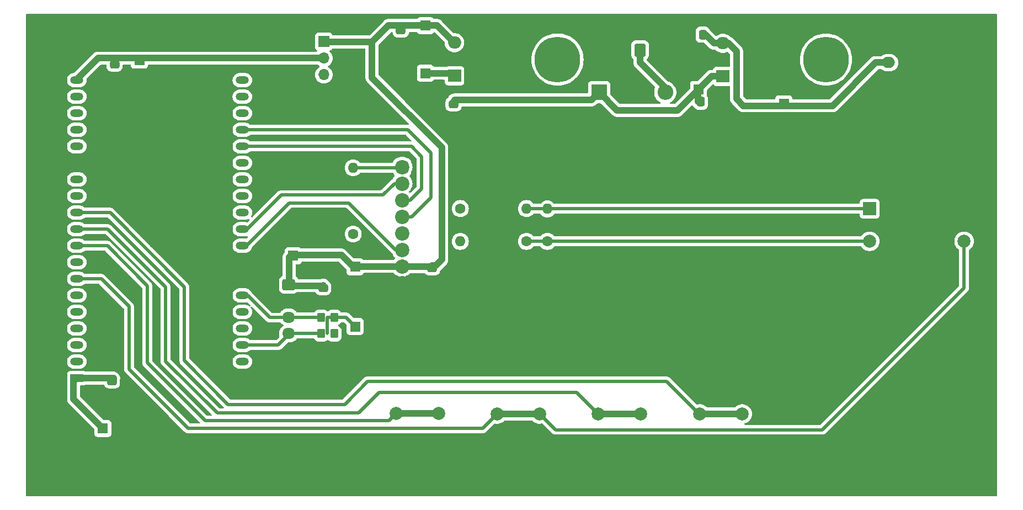
<source format=gbl>
G04 #@! TF.GenerationSoftware,KiCad,Pcbnew,8.0.2*
G04 #@! TF.CreationDate,2024-05-25T11:53:27+02:00*
G04 #@! TF.ProjectId,VFO na esp32,56464f20-6e61-4206-9573-7033322e6b69,rev?*
G04 #@! TF.SameCoordinates,Original*
G04 #@! TF.FileFunction,Copper,L2,Bot*
G04 #@! TF.FilePolarity,Positive*
%FSLAX46Y46*%
G04 Gerber Fmt 4.6, Leading zero omitted, Abs format (unit mm)*
G04 Created by KiCad (PCBNEW 8.0.2) date 2024-05-25 11:53:27*
%MOMM*%
%LPD*%
G01*
G04 APERTURE LIST*
G04 Aperture macros list*
%AMRoundRect*
0 Rectangle with rounded corners*
0 $1 Rounding radius*
0 $2 $3 $4 $5 $6 $7 $8 $9 X,Y pos of 4 corners*
0 Add a 4 corners polygon primitive as box body*
4,1,4,$2,$3,$4,$5,$6,$7,$8,$9,$2,$3,0*
0 Add four circle primitives for the rounded corners*
1,1,$1+$1,$2,$3*
1,1,$1+$1,$4,$5*
1,1,$1+$1,$6,$7*
1,1,$1+$1,$8,$9*
0 Add four rect primitives between the rounded corners*
20,1,$1+$1,$2,$3,$4,$5,0*
20,1,$1+$1,$4,$5,$6,$7,0*
20,1,$1+$1,$6,$7,$8,$9,0*
20,1,$1+$1,$8,$9,$2,$3,0*%
G04 Aperture macros list end*
G04 #@! TA.AperFunction,ComponentPad*
%ADD10R,1.600000X1.600000*%
G04 #@! TD*
G04 #@! TA.AperFunction,ComponentPad*
%ADD11C,1.600000*%
G04 #@! TD*
G04 #@! TA.AperFunction,SMDPad,CuDef*
%ADD12RoundRect,0.250000X-0.475000X0.337500X-0.475000X-0.337500X0.475000X-0.337500X0.475000X0.337500X0*%
G04 #@! TD*
G04 #@! TA.AperFunction,SMDPad,CuDef*
%ADD13RoundRect,0.250000X0.337500X0.475000X-0.337500X0.475000X-0.337500X-0.475000X0.337500X-0.475000X0*%
G04 #@! TD*
G04 #@! TA.AperFunction,SMDPad,CuDef*
%ADD14RoundRect,0.250000X-0.337500X-0.475000X0.337500X-0.475000X0.337500X0.475000X-0.337500X0.475000X0*%
G04 #@! TD*
G04 #@! TA.AperFunction,SMDPad,CuDef*
%ADD15RoundRect,0.250000X0.350000X0.450000X-0.350000X0.450000X-0.350000X-0.450000X0.350000X-0.450000X0*%
G04 #@! TD*
G04 #@! TA.AperFunction,ComponentPad*
%ADD16C,2.200000*%
G04 #@! TD*
G04 #@! TA.AperFunction,ComponentPad*
%ADD17R,1.700000X1.700000*%
G04 #@! TD*
G04 #@! TA.AperFunction,ComponentPad*
%ADD18O,1.700000X1.700000*%
G04 #@! TD*
G04 #@! TA.AperFunction,ComponentPad*
%ADD19C,5.000000*%
G04 #@! TD*
G04 #@! TA.AperFunction,ComponentPad*
%ADD20O,1.600000X1.600000*%
G04 #@! TD*
G04 #@! TA.AperFunction,ComponentPad*
%ADD21C,7.000000*%
G04 #@! TD*
G04 #@! TA.AperFunction,ComponentPad*
%ADD22R,2.000000X2.000000*%
G04 #@! TD*
G04 #@! TA.AperFunction,ComponentPad*
%ADD23C,2.000000*%
G04 #@! TD*
G04 #@! TA.AperFunction,ComponentPad*
%ADD24R,3.200000X2.000000*%
G04 #@! TD*
G04 #@! TA.AperFunction,ComponentPad*
%ADD25R,2.400000X2.400000*%
G04 #@! TD*
G04 #@! TA.AperFunction,ComponentPad*
%ADD26O,2.400000X2.400000*%
G04 #@! TD*
G04 #@! TA.AperFunction,ComponentPad*
%ADD27RoundRect,0.250000X0.750000X-0.600000X0.750000X0.600000X-0.750000X0.600000X-0.750000X-0.600000X0*%
G04 #@! TD*
G04 #@! TA.AperFunction,ComponentPad*
%ADD28O,2.000000X1.700000*%
G04 #@! TD*
G04 #@! TA.AperFunction,ComponentPad*
%ADD29RoundRect,0.250000X0.600000X0.750000X-0.600000X0.750000X-0.600000X-0.750000X0.600000X-0.750000X0*%
G04 #@! TD*
G04 #@! TA.AperFunction,ComponentPad*
%ADD30O,1.700000X2.000000*%
G04 #@! TD*
G04 #@! TA.AperFunction,ComponentPad*
%ADD31R,2.000000X1.200000*%
G04 #@! TD*
G04 #@! TA.AperFunction,ComponentPad*
%ADD32O,2.000000X1.200000*%
G04 #@! TD*
G04 #@! TA.AperFunction,ComponentPad*
%ADD33R,2.000000X1.905000*%
G04 #@! TD*
G04 #@! TA.AperFunction,ComponentPad*
%ADD34O,2.000000X1.905000*%
G04 #@! TD*
G04 #@! TA.AperFunction,ComponentPad*
%ADD35RoundRect,0.250000X-0.725000X0.600000X-0.725000X-0.600000X0.725000X-0.600000X0.725000X0.600000X0*%
G04 #@! TD*
G04 #@! TA.AperFunction,ComponentPad*
%ADD36O,1.950000X1.700000*%
G04 #@! TD*
G04 #@! TA.AperFunction,Conductor*
%ADD37C,1.000000*%
G04 #@! TD*
G04 #@! TA.AperFunction,Conductor*
%ADD38C,0.500000*%
G04 #@! TD*
G04 APERTURE END LIST*
D10*
X199600000Y-72400000D03*
D11*
X199600000Y-68900000D03*
D10*
X157700000Y-69900000D03*
D11*
X157700000Y-73400000D03*
D12*
X153900000Y-63362500D03*
X153900000Y-65437500D03*
X142000000Y-102852500D03*
X142000000Y-104927500D03*
X162000000Y-74662500D03*
X162000000Y-76737500D03*
D13*
X200237500Y-64000000D03*
X198162500Y-64000000D03*
D14*
X199962500Y-74300000D03*
X202037500Y-74300000D03*
D12*
X109600000Y-117162500D03*
X109600000Y-119237500D03*
X110000000Y-68562500D03*
X110000000Y-70637500D03*
X158700000Y-99862500D03*
X158700000Y-101937500D03*
D15*
X143690000Y-109860000D03*
X141690000Y-109860000D03*
X143690000Y-107360000D03*
X141690000Y-107360000D03*
D10*
X113800000Y-67900000D03*
D11*
X113800000Y-62900000D03*
D16*
X154100000Y-84300000D03*
X154100000Y-86840000D03*
X154100000Y-89380000D03*
X154100000Y-91920000D03*
X154100000Y-94460000D03*
X154100000Y-97000000D03*
X154100000Y-99540000D03*
X154100000Y-102080000D03*
D10*
X146900000Y-99600000D03*
D11*
X146900000Y-104600000D03*
D17*
X142100000Y-65060000D03*
D18*
X142100000Y-67600000D03*
X142100000Y-70140000D03*
D19*
X239000000Y-129000000D03*
D11*
X176400000Y-95700000D03*
D20*
X176400000Y-105700000D03*
D10*
X108200000Y-124400000D03*
D11*
X113200000Y-124400000D03*
D19*
X102000000Y-66000000D03*
D21*
X177950000Y-67810000D03*
D17*
X154125000Y-84325000D03*
D18*
X154125000Y-86865000D03*
X154125000Y-89405000D03*
X154125000Y-91945000D03*
X154125000Y-94485000D03*
X154125000Y-97025000D03*
X154125000Y-99565000D03*
X154125000Y-102105000D03*
D22*
X225850000Y-90700000D03*
D23*
X225850000Y-95700000D03*
X225850000Y-93200000D03*
D24*
X233350000Y-87600000D03*
X233350000Y-98800000D03*
D23*
X240350000Y-95700000D03*
X240350000Y-90700000D03*
X159700000Y-126610000D03*
X153200000Y-126610000D03*
X159700000Y-122110000D03*
X153200000Y-122110000D03*
X190730000Y-126700000D03*
X184230000Y-126700000D03*
X190730000Y-122200000D03*
X184230000Y-122200000D03*
D25*
X184330000Y-72840000D03*
D26*
X194490000Y-72840000D03*
D10*
X157700000Y-62600000D03*
D11*
X157700000Y-67600000D03*
D27*
X228750000Y-70790000D03*
D28*
X228750000Y-68290000D03*
D11*
X146600000Y-94580000D03*
D20*
X146600000Y-84420000D03*
D23*
X175200000Y-126670000D03*
X168700000Y-126670000D03*
X175200000Y-122170000D03*
X168700000Y-122170000D03*
D11*
X163050000Y-90670000D03*
D20*
X173210000Y-90670000D03*
D29*
X190600000Y-66360000D03*
D30*
X188100000Y-66360000D03*
D21*
X219150000Y-67830000D03*
D10*
X212700000Y-74600000D03*
D11*
X212700000Y-79600000D03*
D19*
X203000000Y-80100000D03*
D10*
X137400000Y-97900000D03*
D11*
X137400000Y-92900000D03*
D19*
X239000000Y-66000000D03*
D11*
X176400000Y-80720000D03*
D20*
X176400000Y-90720000D03*
D19*
X102000000Y-129000000D03*
D10*
X146910000Y-108770000D03*
D11*
X146910000Y-113770000D03*
X173200000Y-95700000D03*
D20*
X163040000Y-95700000D03*
D19*
X202900000Y-106700000D03*
D23*
X206290000Y-126670000D03*
X199790000Y-126670000D03*
X206290000Y-122170000D03*
X199790000Y-122170000D03*
D31*
X104200000Y-116703440D03*
D32*
X104200000Y-114163440D03*
X104200000Y-111623440D03*
X104200000Y-109083440D03*
X104200000Y-106543440D03*
X104200000Y-104003440D03*
X104200000Y-101463440D03*
X104200000Y-98923440D03*
X104200000Y-96383440D03*
X104200000Y-93843440D03*
X104200000Y-91303440D03*
X104200000Y-88763440D03*
X104200000Y-86223440D03*
X104200000Y-83683440D03*
X104200000Y-81143440D03*
X104200000Y-78603440D03*
X104200000Y-76063440D03*
X104200000Y-73523440D03*
X104200000Y-70983440D03*
X129596320Y-70986160D03*
X129596320Y-73526160D03*
X129600000Y-76063440D03*
X129600000Y-78603440D03*
X129600000Y-81143440D03*
X129600000Y-83683440D03*
X129600000Y-86223440D03*
X129600000Y-88763440D03*
X129600000Y-91303440D03*
X129600000Y-93843440D03*
X129600000Y-96383440D03*
X129600000Y-98923440D03*
X129600000Y-101463440D03*
X129600000Y-104003440D03*
X129600000Y-106543440D03*
X129600000Y-109083440D03*
X129600000Y-111623440D03*
X129600000Y-114163440D03*
X129600000Y-116703440D03*
D33*
X162150000Y-70310000D03*
D34*
X162150000Y-67770000D03*
X162150000Y-65230000D03*
D33*
X203330000Y-70400000D03*
D34*
X203330000Y-67860000D03*
X203330000Y-65320000D03*
D35*
X136700000Y-102350000D03*
D36*
X136700000Y-104850000D03*
X136700000Y-107350000D03*
X136700000Y-109850000D03*
D37*
X190600000Y-68250000D02*
X190600000Y-66360000D01*
X194490000Y-72140000D02*
X190600000Y-68250000D01*
X194490000Y-72840000D02*
X194490000Y-72140000D01*
X162150000Y-74075000D02*
X162000000Y-74225000D01*
X184330000Y-72840000D02*
X183170000Y-74000000D01*
X187090000Y-75600000D02*
X184330000Y-72840000D01*
X196400000Y-75600000D02*
X187090000Y-75600000D01*
X183170000Y-74000000D02*
X162150000Y-74000000D01*
X199600000Y-72400000D02*
X196400000Y-75600000D01*
X162150000Y-74000000D02*
X162150000Y-74075000D01*
X226750000Y-68290000D02*
X228750000Y-68290000D01*
X220140000Y-74900000D02*
X226750000Y-68290000D01*
X206500000Y-74900000D02*
X220140000Y-74900000D01*
X204200000Y-65320000D02*
X205420000Y-66540000D01*
X201995000Y-65320000D02*
X204200000Y-65320000D01*
X205420000Y-66540000D02*
X205420000Y-73820000D01*
X200675000Y-64000000D02*
X201995000Y-65320000D01*
X205420000Y-73820000D02*
X206500000Y-74900000D01*
D38*
X136700000Y-107350000D02*
X141680000Y-107350000D01*
X141680000Y-107350000D02*
X141690000Y-107360000D01*
X140630000Y-109860000D02*
X140610000Y-109840000D01*
X141680000Y-109850000D02*
X141690000Y-109860000D01*
X136700000Y-109850000D02*
X141680000Y-109850000D01*
X141690000Y-109860000D02*
X140630000Y-109860000D01*
D37*
X141915000Y-102500000D02*
X137450000Y-102500000D01*
X142000000Y-102415000D02*
X141915000Y-102500000D01*
D38*
X145530000Y-107390000D02*
X146910000Y-108770000D01*
X142610000Y-107390000D02*
X145530000Y-107390000D01*
X142610000Y-107390000D02*
X142610000Y-109840000D01*
X200450000Y-126750000D02*
X200550000Y-126650000D01*
X240550000Y-90600000D02*
X240600000Y-90600000D01*
X184150000Y-126550000D02*
X184350000Y-126750000D01*
D37*
X199600000Y-72400000D02*
X201600000Y-70400000D01*
X162350000Y-69850000D02*
X162300000Y-69900000D01*
X201600000Y-70400000D02*
X203090000Y-70400000D01*
X199525000Y-74300000D02*
X199525000Y-72475000D01*
X162300000Y-69900000D02*
X157700000Y-69900000D01*
X199525000Y-72475000D02*
X199600000Y-72400000D01*
X142140000Y-65100000D02*
X142100000Y-65060000D01*
X160200000Y-98500000D02*
X160200000Y-81300000D01*
X162150000Y-65260000D02*
X159490000Y-62600000D01*
X144800000Y-97800000D02*
X138300000Y-97800000D01*
X152000000Y-62600000D02*
X149500000Y-65100000D01*
X159490000Y-62600000D02*
X152000000Y-62600000D01*
X146960000Y-99540000D02*
X146900000Y-99600000D01*
X149500000Y-65100000D02*
X142140000Y-65100000D01*
X159275000Y-99425000D02*
X160200000Y-98500000D01*
X136800000Y-98100000D02*
X136800000Y-102400000D01*
X138300000Y-97800000D02*
X137100000Y-97800000D01*
X154100000Y-99540000D02*
X146960000Y-99540000D01*
X137100000Y-97800000D02*
X136800000Y-98100000D01*
X160200000Y-81300000D02*
X149500000Y-70600000D01*
X158560000Y-99565000D02*
X158700000Y-99425000D01*
X149500000Y-70600000D02*
X149500000Y-65100000D01*
X158700000Y-99425000D02*
X159275000Y-99425000D01*
X146600000Y-99600000D02*
X144800000Y-97800000D01*
X146900000Y-99600000D02*
X146600000Y-99600000D01*
X154125000Y-99565000D02*
X158560000Y-99565000D01*
X103700000Y-117203440D02*
X104200000Y-116703440D01*
X104200000Y-116703440D02*
X109828440Y-116703440D01*
X104328440Y-116575000D02*
X104200000Y-116703440D01*
X104196560Y-116700000D02*
X104200000Y-116703440D01*
D38*
X109828440Y-116703440D02*
X109900000Y-116775000D01*
X104503440Y-116703440D02*
X104631880Y-116575000D01*
D37*
X103700000Y-119900000D02*
X103700000Y-117203440D01*
X104631880Y-116575000D02*
X104328440Y-116575000D01*
D38*
X104200000Y-116703440D02*
X104503440Y-116703440D01*
D37*
X108200000Y-124400000D02*
X103700000Y-119900000D01*
D38*
X173230000Y-90760000D02*
X173290000Y-90700000D01*
X173290000Y-90700000D02*
X225850000Y-90700000D01*
X225850000Y-95700000D02*
X173380000Y-95700000D01*
X153125000Y-97025000D02*
X154125000Y-97025000D01*
X145900000Y-89800000D02*
X153125000Y-97025000D01*
X136800000Y-89800000D02*
X145900000Y-89800000D01*
X130216560Y-96383440D02*
X136800000Y-89800000D01*
X129600000Y-96383440D02*
X130216560Y-96383440D01*
X153900000Y-94680000D02*
X153820000Y-94600000D01*
X129600000Y-81143440D02*
X155543440Y-81143440D01*
X157100000Y-87600000D02*
X155295000Y-89405000D01*
X155543440Y-81143440D02*
X157100000Y-82700000D01*
X157100000Y-82700000D02*
X157100000Y-87600000D01*
X155295000Y-89405000D02*
X154125000Y-89405000D01*
X155555000Y-91945000D02*
X154125000Y-91945000D01*
X155003440Y-78603440D02*
X158500000Y-82100000D01*
X158500000Y-89000000D02*
X155555000Y-91945000D01*
X129600000Y-78603440D02*
X155003440Y-78603440D01*
X158500000Y-82100000D02*
X158500000Y-89000000D01*
X166470000Y-124400000D02*
X168700000Y-122170000D01*
X112200000Y-115300000D02*
X121300000Y-124400000D01*
D37*
X175200000Y-122170000D02*
X168700000Y-122170000D01*
D38*
X121300000Y-124400000D02*
X166470000Y-124400000D01*
X107963440Y-101463440D02*
X112200000Y-105700000D01*
X240350000Y-102850000D02*
X218600000Y-124600000D01*
X177630000Y-124600000D02*
X175200000Y-122170000D01*
X112200000Y-105700000D02*
X112200000Y-115300000D01*
X104200000Y-101463440D02*
X107963440Y-101463440D01*
X218600000Y-124600000D02*
X177630000Y-124600000D01*
X240550000Y-95600000D02*
X240600000Y-95650000D01*
X240350000Y-95700000D02*
X240350000Y-102850000D01*
X191220000Y-122000000D02*
X191120000Y-121900000D01*
X108943440Y-93843440D02*
X117800000Y-102700000D01*
X117800000Y-102700000D02*
X117800000Y-114100000D01*
X180000000Y-118900000D02*
X180930000Y-118900000D01*
X147450000Y-122050000D02*
X150590000Y-118910000D01*
X104200000Y-93843440D02*
X108943440Y-93843440D01*
D37*
X190730000Y-122200000D02*
X184230000Y-122200000D01*
D38*
X125750000Y-122050000D02*
X147450000Y-122050000D01*
X150590000Y-118910000D02*
X179990000Y-118910000D01*
X179990000Y-118910000D02*
X180000000Y-118900000D01*
X117800000Y-114100000D02*
X125750000Y-122050000D01*
X180930000Y-118900000D02*
X184230000Y-122200000D01*
X148800000Y-117200000D02*
X194700000Y-117200000D01*
X194700000Y-117200000D02*
X199670000Y-122170000D01*
X120700000Y-102700000D02*
X120700000Y-114000000D01*
D37*
X206290000Y-122170000D02*
X199790000Y-122170000D01*
D38*
X200910000Y-122000000D02*
X200810000Y-121900000D01*
X127400000Y-120700000D02*
X145300000Y-120700000D01*
X109303440Y-91303440D02*
X120700000Y-102700000D01*
X200810000Y-121900000D02*
X200800000Y-121900000D01*
X120700000Y-114000000D02*
X127400000Y-120700000D01*
X199670000Y-122170000D02*
X199790000Y-122170000D01*
X145300000Y-120700000D02*
X148800000Y-117200000D01*
X104200000Y-91303440D02*
X109303440Y-91303440D01*
X104200000Y-96383440D02*
X108883440Y-96383440D01*
X115000000Y-114300000D02*
X123900000Y-123200000D01*
X123900000Y-123200000D02*
X152110000Y-123200000D01*
X152110000Y-123200000D02*
X153200000Y-122110000D01*
D37*
X159700000Y-122110000D02*
X154290000Y-122110000D01*
D38*
X115000000Y-102500000D02*
X115000000Y-114300000D01*
X108883440Y-96383440D02*
X115000000Y-102500000D01*
X153200000Y-122110000D02*
X154290000Y-122110000D01*
X146580000Y-84400000D02*
X154000000Y-84400000D01*
X153900000Y-84520000D02*
X153680000Y-84520000D01*
X146400000Y-84220000D02*
X146580000Y-84400000D01*
X154000000Y-84400000D02*
X154100000Y-84300000D01*
X130356560Y-93843440D02*
X129600000Y-93843440D01*
X152960000Y-86840000D02*
X151200000Y-88600000D01*
X151200000Y-88600000D02*
X135600000Y-88600000D01*
X135600000Y-88600000D02*
X130356560Y-93843440D01*
X154100000Y-86840000D02*
X152960000Y-86840000D01*
D37*
X104200000Y-70850000D02*
X104200000Y-70983440D01*
X142100000Y-67500000D02*
X142000000Y-67600000D01*
X107450000Y-67600000D02*
X104200000Y-70850000D01*
X115400000Y-67600000D02*
X107450000Y-67600000D01*
X142000000Y-67600000D02*
X114200000Y-67600000D01*
D38*
X129600000Y-104003440D02*
X130403440Y-104003440D01*
X130403440Y-104003440D02*
X133800000Y-107400000D01*
X133800000Y-107400000D02*
X136800000Y-107400000D01*
X135076560Y-111623440D02*
X136800000Y-109900000D01*
X129600000Y-111623440D02*
X135076560Y-111623440D01*
G04 #@! TA.AperFunction,Conductor*
G36*
X245342539Y-60820185D02*
G01*
X245388294Y-60872989D01*
X245399500Y-60924500D01*
X245399500Y-134675500D01*
X245379815Y-134742539D01*
X245327011Y-134788294D01*
X245275500Y-134799500D01*
X96524500Y-134799500D01*
X96457461Y-134779815D01*
X96411706Y-134727011D01*
X96400500Y-134675500D01*
X96400500Y-119998543D01*
X102699499Y-119998543D01*
X102737947Y-120191829D01*
X102737950Y-120191839D01*
X102813364Y-120373907D01*
X102813371Y-120373920D01*
X102922860Y-120537781D01*
X102922863Y-120537785D01*
X103066537Y-120681459D01*
X103066559Y-120681479D01*
X106863181Y-124478101D01*
X106896666Y-124539424D01*
X106899500Y-124565782D01*
X106899500Y-125247870D01*
X106899501Y-125247876D01*
X106905908Y-125307483D01*
X106956202Y-125442328D01*
X106956206Y-125442335D01*
X107042452Y-125557544D01*
X107042455Y-125557547D01*
X107157664Y-125643793D01*
X107157671Y-125643797D01*
X107292517Y-125694091D01*
X107292516Y-125694091D01*
X107299444Y-125694835D01*
X107352127Y-125700500D01*
X109047872Y-125700499D01*
X109107483Y-125694091D01*
X109242331Y-125643796D01*
X109357546Y-125557546D01*
X109443796Y-125442331D01*
X109494091Y-125307483D01*
X109500500Y-125247873D01*
X109500499Y-123552128D01*
X109494091Y-123492517D01*
X109470950Y-123430474D01*
X109443797Y-123357671D01*
X109443793Y-123357664D01*
X109357547Y-123242455D01*
X109357544Y-123242452D01*
X109242335Y-123156206D01*
X109242328Y-123156202D01*
X109107482Y-123105908D01*
X109107483Y-123105908D01*
X109047883Y-123099501D01*
X109047881Y-123099500D01*
X109047873Y-123099500D01*
X109047865Y-123099500D01*
X108365782Y-123099500D01*
X108298743Y-123079815D01*
X108278101Y-123063181D01*
X104736819Y-119521899D01*
X104703334Y-119460576D01*
X104700500Y-119434218D01*
X104700500Y-117927939D01*
X104720185Y-117860900D01*
X104772989Y-117815145D01*
X104824500Y-117803939D01*
X105247871Y-117803939D01*
X105247872Y-117803939D01*
X105307483Y-117797531D01*
X105442331Y-117747236D01*
X105467128Y-117728673D01*
X105532592Y-117704256D01*
X105541439Y-117703940D01*
X108312407Y-117703940D01*
X108379446Y-117723625D01*
X108425201Y-117776429D01*
X108430112Y-117788934D01*
X108438798Y-117815145D01*
X108440186Y-117819334D01*
X108532288Y-117968656D01*
X108656344Y-118092712D01*
X108805666Y-118184814D01*
X108972203Y-118239999D01*
X109074991Y-118250500D01*
X110125008Y-118250499D01*
X110125016Y-118250498D01*
X110125019Y-118250498D01*
X110181302Y-118244748D01*
X110227797Y-118239999D01*
X110394334Y-118184814D01*
X110543656Y-118092712D01*
X110667712Y-117968656D01*
X110759814Y-117819334D01*
X110814999Y-117652797D01*
X110825500Y-117550009D01*
X110825499Y-116831492D01*
X110827883Y-116807297D01*
X110828940Y-116801984D01*
X110828940Y-116604896D01*
X110790492Y-116411610D01*
X110790491Y-116411609D01*
X110790491Y-116411605D01*
X110790489Y-116411600D01*
X110715075Y-116229532D01*
X110715068Y-116229519D01*
X110605579Y-116065658D01*
X110605576Y-116065654D01*
X110466225Y-115926303D01*
X110466221Y-115926300D01*
X110302360Y-115816811D01*
X110302347Y-115816804D01*
X110120279Y-115741390D01*
X110120269Y-115741387D01*
X109926983Y-115702940D01*
X109926981Y-115702940D01*
X105541439Y-115702940D01*
X105474400Y-115683255D01*
X105467128Y-115678207D01*
X105442331Y-115659644D01*
X105442328Y-115659642D01*
X105307482Y-115609348D01*
X105307483Y-115609348D01*
X105247883Y-115602941D01*
X105247881Y-115602940D01*
X105247873Y-115602940D01*
X105247865Y-115602940D01*
X104885608Y-115602940D01*
X104861417Y-115600557D01*
X104818378Y-115591996D01*
X104730423Y-115574500D01*
X104730421Y-115574500D01*
X104433115Y-115574500D01*
X104433095Y-115574499D01*
X104426981Y-115574499D01*
X104229900Y-115574499D01*
X104229896Y-115574499D01*
X104098895Y-115600557D01*
X104074704Y-115602940D01*
X103152129Y-115602940D01*
X103152123Y-115602941D01*
X103092516Y-115609348D01*
X102957671Y-115659642D01*
X102957664Y-115659646D01*
X102842455Y-115745892D01*
X102842452Y-115745895D01*
X102756206Y-115861104D01*
X102756202Y-115861111D01*
X102705908Y-115995957D01*
X102699501Y-116055556D01*
X102699500Y-116055567D01*
X102699500Y-117104894D01*
X102699500Y-117104899D01*
X102699500Y-119998541D01*
X102699500Y-119998543D01*
X102699499Y-119998543D01*
X96400500Y-119998543D01*
X96400500Y-114076829D01*
X102699500Y-114076829D01*
X102699500Y-114250050D01*
X102719118Y-114373918D01*
X102726598Y-114421141D01*
X102780127Y-114585885D01*
X102858768Y-114740228D01*
X102960586Y-114880368D01*
X103083072Y-115002854D01*
X103223212Y-115104672D01*
X103377555Y-115183313D01*
X103542299Y-115236842D01*
X103713389Y-115263940D01*
X103713390Y-115263940D01*
X104686610Y-115263940D01*
X104686611Y-115263940D01*
X104857701Y-115236842D01*
X105022445Y-115183313D01*
X105176788Y-115104672D01*
X105316928Y-115002854D01*
X105439414Y-114880368D01*
X105541232Y-114740228D01*
X105619873Y-114585885D01*
X105673402Y-114421141D01*
X105700500Y-114250051D01*
X105700500Y-114076829D01*
X105673402Y-113905739D01*
X105619873Y-113740995D01*
X105541232Y-113586652D01*
X105439414Y-113446512D01*
X105316928Y-113324026D01*
X105176788Y-113222208D01*
X105022445Y-113143567D01*
X104857701Y-113090038D01*
X104857699Y-113090037D01*
X104857698Y-113090037D01*
X104726271Y-113069221D01*
X104686611Y-113062940D01*
X103713389Y-113062940D01*
X103673728Y-113069221D01*
X103542302Y-113090037D01*
X103377552Y-113143568D01*
X103223211Y-113222208D01*
X103143256Y-113280299D01*
X103083072Y-113324026D01*
X103083070Y-113324028D01*
X103083069Y-113324028D01*
X102960588Y-113446509D01*
X102960588Y-113446510D01*
X102960586Y-113446512D01*
X102916859Y-113506696D01*
X102858768Y-113586651D01*
X102780128Y-113740992D01*
X102726597Y-113905742D01*
X102699500Y-114076829D01*
X96400500Y-114076829D01*
X96400500Y-111536829D01*
X102699500Y-111536829D01*
X102699500Y-111710051D01*
X102726598Y-111881141D01*
X102780127Y-112045885D01*
X102858768Y-112200228D01*
X102960586Y-112340368D01*
X103083072Y-112462854D01*
X103223212Y-112564672D01*
X103377555Y-112643313D01*
X103542299Y-112696842D01*
X103713389Y-112723940D01*
X103713390Y-112723940D01*
X104686610Y-112723940D01*
X104686611Y-112723940D01*
X104857701Y-112696842D01*
X105022445Y-112643313D01*
X105176788Y-112564672D01*
X105316928Y-112462854D01*
X105439414Y-112340368D01*
X105541232Y-112200228D01*
X105619873Y-112045885D01*
X105673402Y-111881141D01*
X105700500Y-111710051D01*
X105700500Y-111536829D01*
X105673402Y-111365739D01*
X105619873Y-111200995D01*
X105541232Y-111046652D01*
X105439414Y-110906512D01*
X105316928Y-110784026D01*
X105176788Y-110682208D01*
X105022445Y-110603567D01*
X104857701Y-110550038D01*
X104857699Y-110550037D01*
X104857698Y-110550037D01*
X104726271Y-110529221D01*
X104686611Y-110522940D01*
X103713389Y-110522940D01*
X103673728Y-110529221D01*
X103542302Y-110550037D01*
X103377552Y-110603568D01*
X103223211Y-110682208D01*
X103157724Y-110729788D01*
X103083072Y-110784026D01*
X103083070Y-110784028D01*
X103083069Y-110784028D01*
X102960588Y-110906509D01*
X102960588Y-110906510D01*
X102960586Y-110906512D01*
X102916859Y-110966696D01*
X102858768Y-111046651D01*
X102780128Y-111200992D01*
X102726597Y-111365742D01*
X102699500Y-111536829D01*
X96400500Y-111536829D01*
X96400500Y-108996829D01*
X102699500Y-108996829D01*
X102699500Y-109170050D01*
X102713303Y-109257203D01*
X102726598Y-109341141D01*
X102780127Y-109505885D01*
X102858768Y-109660228D01*
X102960586Y-109800368D01*
X103083072Y-109922854D01*
X103223212Y-110024672D01*
X103377555Y-110103313D01*
X103542299Y-110156842D01*
X103713389Y-110183940D01*
X103713390Y-110183940D01*
X104686610Y-110183940D01*
X104686611Y-110183940D01*
X104857701Y-110156842D01*
X105022445Y-110103313D01*
X105176788Y-110024672D01*
X105316928Y-109922854D01*
X105439414Y-109800368D01*
X105541232Y-109660228D01*
X105619873Y-109505885D01*
X105673402Y-109341141D01*
X105700500Y-109170051D01*
X105700500Y-108996829D01*
X105673402Y-108825739D01*
X105619873Y-108660995D01*
X105541232Y-108506652D01*
X105439414Y-108366512D01*
X105316928Y-108244026D01*
X105176788Y-108142208D01*
X105022445Y-108063567D01*
X104857701Y-108010038D01*
X104857699Y-108010037D01*
X104857698Y-108010037D01*
X104726271Y-107989221D01*
X104686611Y-107982940D01*
X103713389Y-107982940D01*
X103673728Y-107989221D01*
X103542302Y-108010037D01*
X103377552Y-108063568D01*
X103223211Y-108142208D01*
X103184705Y-108170185D01*
X103083072Y-108244026D01*
X103083070Y-108244028D01*
X103083069Y-108244028D01*
X102960588Y-108366509D01*
X102960588Y-108366510D01*
X102960586Y-108366512D01*
X102934287Y-108402710D01*
X102858768Y-108506651D01*
X102780128Y-108660992D01*
X102726597Y-108825742D01*
X102699500Y-108996829D01*
X96400500Y-108996829D01*
X96400500Y-106456829D01*
X102699500Y-106456829D01*
X102699500Y-106630051D01*
X102705564Y-106668340D01*
X102714525Y-106724919D01*
X102726598Y-106801141D01*
X102780127Y-106965885D01*
X102858768Y-107120228D01*
X102960586Y-107260368D01*
X103083072Y-107382854D01*
X103223212Y-107484672D01*
X103377555Y-107563313D01*
X103542299Y-107616842D01*
X103713389Y-107643940D01*
X103713390Y-107643940D01*
X104686610Y-107643940D01*
X104686611Y-107643940D01*
X104857701Y-107616842D01*
X105022445Y-107563313D01*
X105176788Y-107484672D01*
X105316928Y-107382854D01*
X105439414Y-107260368D01*
X105541232Y-107120228D01*
X105619873Y-106965885D01*
X105673402Y-106801141D01*
X105700500Y-106630051D01*
X105700500Y-106456829D01*
X105673402Y-106285739D01*
X105619873Y-106120995D01*
X105541232Y-105966652D01*
X105439414Y-105826512D01*
X105316928Y-105704026D01*
X105176788Y-105602208D01*
X105022445Y-105523567D01*
X104857701Y-105470038D01*
X104857699Y-105470037D01*
X104857698Y-105470037D01*
X104726271Y-105449221D01*
X104686611Y-105442940D01*
X103713389Y-105442940D01*
X103673728Y-105449221D01*
X103542302Y-105470037D01*
X103377552Y-105523568D01*
X103223211Y-105602208D01*
X103190352Y-105626082D01*
X103083072Y-105704026D01*
X103083070Y-105704028D01*
X103083069Y-105704028D01*
X102960588Y-105826509D01*
X102960588Y-105826510D01*
X102960586Y-105826512D01*
X102947728Y-105844210D01*
X102858768Y-105966651D01*
X102780128Y-106120992D01*
X102726597Y-106285742D01*
X102721601Y-106317288D01*
X102699500Y-106456829D01*
X96400500Y-106456829D01*
X96400500Y-103916829D01*
X102699500Y-103916829D01*
X102699500Y-104090051D01*
X102726598Y-104261141D01*
X102780127Y-104425885D01*
X102858768Y-104580228D01*
X102960586Y-104720368D01*
X103083072Y-104842854D01*
X103223212Y-104944672D01*
X103377555Y-105023313D01*
X103542299Y-105076842D01*
X103713389Y-105103940D01*
X103713390Y-105103940D01*
X104686610Y-105103940D01*
X104686611Y-105103940D01*
X104857701Y-105076842D01*
X105022445Y-105023313D01*
X105176788Y-104944672D01*
X105316928Y-104842854D01*
X105439414Y-104720368D01*
X105541232Y-104580228D01*
X105619873Y-104425885D01*
X105673402Y-104261141D01*
X105700500Y-104090051D01*
X105700500Y-103916829D01*
X105673402Y-103745739D01*
X105619873Y-103580995D01*
X105541232Y-103426652D01*
X105439414Y-103286512D01*
X105316928Y-103164026D01*
X105176788Y-103062208D01*
X105022445Y-102983567D01*
X104857701Y-102930038D01*
X104857699Y-102930037D01*
X104857698Y-102930037D01*
X104726271Y-102909221D01*
X104686611Y-102902940D01*
X103713389Y-102902940D01*
X103673728Y-102909221D01*
X103542302Y-102930037D01*
X103377552Y-102983568D01*
X103223211Y-103062208D01*
X103167346Y-103102797D01*
X103083072Y-103164026D01*
X103083070Y-103164028D01*
X103083069Y-103164028D01*
X102960588Y-103286509D01*
X102960588Y-103286510D01*
X102960586Y-103286512D01*
X102930137Y-103328421D01*
X102858768Y-103426651D01*
X102780128Y-103580992D01*
X102726597Y-103745742D01*
X102699500Y-103916829D01*
X96400500Y-103916829D01*
X96400500Y-98836829D01*
X102699500Y-98836829D01*
X102699500Y-99010050D01*
X102720682Y-99143793D01*
X102726598Y-99181141D01*
X102780127Y-99345885D01*
X102858768Y-99500228D01*
X102960586Y-99640368D01*
X103083072Y-99762854D01*
X103223212Y-99864672D01*
X103377555Y-99943313D01*
X103542299Y-99996842D01*
X103713389Y-100023940D01*
X103713390Y-100023940D01*
X104686610Y-100023940D01*
X104686611Y-100023940D01*
X104857701Y-99996842D01*
X105022445Y-99943313D01*
X105176788Y-99864672D01*
X105316928Y-99762854D01*
X105439414Y-99640368D01*
X105541232Y-99500228D01*
X105619873Y-99345885D01*
X105673402Y-99181141D01*
X105700500Y-99010051D01*
X105700500Y-98836829D01*
X105673402Y-98665739D01*
X105619873Y-98500995D01*
X105541232Y-98346652D01*
X105439414Y-98206512D01*
X105316928Y-98084026D01*
X105176788Y-97982208D01*
X105022445Y-97903567D01*
X104857701Y-97850038D01*
X104857699Y-97850037D01*
X104857698Y-97850037D01*
X104726271Y-97829221D01*
X104686611Y-97822940D01*
X103713389Y-97822940D01*
X103673728Y-97829221D01*
X103542302Y-97850037D01*
X103377552Y-97903568D01*
X103223211Y-97982208D01*
X103196722Y-98001454D01*
X103083072Y-98084026D01*
X103083070Y-98084028D01*
X103083069Y-98084028D01*
X102960588Y-98206509D01*
X102960588Y-98206510D01*
X102960586Y-98206512D01*
X102940457Y-98234217D01*
X102858768Y-98346651D01*
X102780128Y-98500992D01*
X102726597Y-98665742D01*
X102699500Y-98836829D01*
X96400500Y-98836829D01*
X96400500Y-91216829D01*
X102699500Y-91216829D01*
X102699500Y-91390050D01*
X102718361Y-91509139D01*
X102726598Y-91561141D01*
X102780127Y-91725885D01*
X102858768Y-91880228D01*
X102960586Y-92020368D01*
X103083072Y-92142854D01*
X103223212Y-92244672D01*
X103377555Y-92323313D01*
X103542299Y-92376842D01*
X103713389Y-92403940D01*
X103713390Y-92403940D01*
X104686610Y-92403940D01*
X104686611Y-92403940D01*
X104857701Y-92376842D01*
X105022445Y-92323313D01*
X105176788Y-92244672D01*
X105316928Y-92142854D01*
X105369523Y-92090259D01*
X105430846Y-92056774D01*
X105457204Y-92053940D01*
X108941210Y-92053940D01*
X109008249Y-92073625D01*
X109028891Y-92090259D01*
X119913181Y-102974549D01*
X119946666Y-103035872D01*
X119949500Y-103062229D01*
X119949500Y-114073918D01*
X119949500Y-114073920D01*
X119949499Y-114073920D01*
X119978340Y-114218907D01*
X119978343Y-114218917D01*
X120034913Y-114355490D01*
X120034914Y-114355491D01*
X120034916Y-114355495D01*
X120047225Y-114373916D01*
X120047226Y-114373918D01*
X120117051Y-114478420D01*
X126726450Y-121087819D01*
X126759935Y-121149142D01*
X126754951Y-121218834D01*
X126713079Y-121274767D01*
X126647615Y-121299184D01*
X126638769Y-121299500D01*
X126112230Y-121299500D01*
X126045191Y-121279815D01*
X126024549Y-121263181D01*
X118586819Y-113825451D01*
X118553334Y-113764128D01*
X118550500Y-113737770D01*
X118550500Y-102626079D01*
X118521659Y-102481092D01*
X118521658Y-102481088D01*
X118521658Y-102481087D01*
X118473135Y-102363941D01*
X118465087Y-102344511D01*
X118465080Y-102344498D01*
X118382952Y-102221585D01*
X118341735Y-102180368D01*
X118278416Y-102117049D01*
X109421856Y-93260488D01*
X109421855Y-93260487D01*
X109421853Y-93260485D01*
X109367373Y-93224085D01*
X109347935Y-93211097D01*
X109298935Y-93178356D01*
X109298934Y-93178355D01*
X109298932Y-93178354D01*
X109298930Y-93178353D01*
X109162357Y-93121783D01*
X109162347Y-93121780D01*
X109017360Y-93092940D01*
X109017358Y-93092940D01*
X105457204Y-93092940D01*
X105390165Y-93073255D01*
X105369523Y-93056621D01*
X105316930Y-93004028D01*
X105316928Y-93004026D01*
X105176788Y-92902208D01*
X105022445Y-92823567D01*
X104857701Y-92770038D01*
X104857699Y-92770037D01*
X104857698Y-92770037D01*
X104726271Y-92749221D01*
X104686611Y-92742940D01*
X103713389Y-92742940D01*
X103673728Y-92749221D01*
X103542302Y-92770037D01*
X103377552Y-92823568D01*
X103223211Y-92902208D01*
X103143256Y-92960299D01*
X103083072Y-93004026D01*
X103083070Y-93004028D01*
X103083069Y-93004028D01*
X102960588Y-93126509D01*
X102960588Y-93126510D01*
X102960586Y-93126512D01*
X102922919Y-93178356D01*
X102858768Y-93266651D01*
X102780128Y-93420992D01*
X102726597Y-93585742D01*
X102703569Y-93731140D01*
X102699500Y-93756829D01*
X102699500Y-93930051D01*
X102726598Y-94101141D01*
X102780127Y-94265885D01*
X102858768Y-94420228D01*
X102960586Y-94560368D01*
X103083072Y-94682854D01*
X103223212Y-94784672D01*
X103377555Y-94863313D01*
X103542299Y-94916842D01*
X103713389Y-94943940D01*
X103713390Y-94943940D01*
X104686610Y-94943940D01*
X104686611Y-94943940D01*
X104857701Y-94916842D01*
X105022445Y-94863313D01*
X105176788Y-94784672D01*
X105316928Y-94682854D01*
X105369523Y-94630259D01*
X105430846Y-94596774D01*
X105457204Y-94593940D01*
X108581210Y-94593940D01*
X108648249Y-94613625D01*
X108668891Y-94630259D01*
X117013181Y-102974548D01*
X117046666Y-103035871D01*
X117049500Y-103062229D01*
X117049500Y-114173918D01*
X117049500Y-114173920D01*
X117049499Y-114173920D01*
X117078340Y-114318907D01*
X117078343Y-114318917D01*
X117134914Y-114455492D01*
X117167812Y-114504727D01*
X117167813Y-114504730D01*
X117217046Y-114578414D01*
X117217052Y-114578421D01*
X124876451Y-122237819D01*
X124909936Y-122299142D01*
X124904952Y-122368834D01*
X124863080Y-122424767D01*
X124797616Y-122449184D01*
X124788770Y-122449500D01*
X124262230Y-122449500D01*
X124195191Y-122429815D01*
X124174549Y-122413181D01*
X115786819Y-114025451D01*
X115753334Y-113964128D01*
X115750500Y-113937770D01*
X115750500Y-102426079D01*
X115721659Y-102281092D01*
X115721658Y-102281091D01*
X115721658Y-102281087D01*
X115710406Y-102253922D01*
X115665087Y-102144511D01*
X115665080Y-102144498D01*
X115582952Y-102021585D01*
X115582951Y-102021584D01*
X115478416Y-101917049D01*
X109361856Y-95800488D01*
X109361855Y-95800487D01*
X109361853Y-95800485D01*
X109309916Y-95765784D01*
X109287935Y-95751097D01*
X109238935Y-95718356D01*
X109238934Y-95718355D01*
X109238932Y-95718354D01*
X109238930Y-95718353D01*
X109102357Y-95661783D01*
X109102347Y-95661780D01*
X108957360Y-95632940D01*
X108957358Y-95632940D01*
X105457204Y-95632940D01*
X105390165Y-95613255D01*
X105369523Y-95596621D01*
X105316930Y-95544028D01*
X105316928Y-95544026D01*
X105176788Y-95442208D01*
X105022445Y-95363567D01*
X104857701Y-95310038D01*
X104857699Y-95310037D01*
X104857698Y-95310037D01*
X104726271Y-95289221D01*
X104686611Y-95282940D01*
X103713389Y-95282940D01*
X103673728Y-95289221D01*
X103542302Y-95310037D01*
X103377552Y-95363568D01*
X103223211Y-95442208D01*
X103143256Y-95500299D01*
X103083072Y-95544026D01*
X103083070Y-95544028D01*
X103083069Y-95544028D01*
X102960588Y-95666509D01*
X102960588Y-95666510D01*
X102960586Y-95666512D01*
X102922919Y-95718356D01*
X102858768Y-95806651D01*
X102780128Y-95960992D01*
X102726597Y-96125742D01*
X102699500Y-96296829D01*
X102699500Y-96470050D01*
X102721017Y-96605908D01*
X102726598Y-96641141D01*
X102778052Y-96799500D01*
X102780128Y-96805887D01*
X102796463Y-96837947D01*
X102858768Y-96960228D01*
X102960586Y-97100368D01*
X103083072Y-97222854D01*
X103223212Y-97324672D01*
X103377555Y-97403313D01*
X103542299Y-97456842D01*
X103713389Y-97483940D01*
X103713390Y-97483940D01*
X104686610Y-97483940D01*
X104686611Y-97483940D01*
X104857701Y-97456842D01*
X105022445Y-97403313D01*
X105176788Y-97324672D01*
X105316928Y-97222854D01*
X105369523Y-97170259D01*
X105430846Y-97136774D01*
X105457204Y-97133940D01*
X108521210Y-97133940D01*
X108588249Y-97153625D01*
X108608891Y-97170259D01*
X114213181Y-102774548D01*
X114246666Y-102835871D01*
X114249500Y-102862229D01*
X114249500Y-114373918D01*
X114278340Y-114518907D01*
X114278343Y-114518917D01*
X114334914Y-114655492D01*
X114367812Y-114704727D01*
X114367813Y-114704730D01*
X114417046Y-114778414D01*
X114417052Y-114778421D01*
X123076451Y-123437819D01*
X123109936Y-123499142D01*
X123104952Y-123568834D01*
X123063080Y-123624767D01*
X122997616Y-123649184D01*
X122988770Y-123649500D01*
X121662229Y-123649500D01*
X121595190Y-123629815D01*
X121574548Y-123613181D01*
X112986819Y-115025451D01*
X112953334Y-114964128D01*
X112950500Y-114937770D01*
X112950500Y-105626081D01*
X112944763Y-105597242D01*
X112944763Y-105597240D01*
X112930109Y-105523568D01*
X112921659Y-105481088D01*
X112867408Y-105350117D01*
X112865764Y-105345522D01*
X112782954Y-105221588D01*
X112782953Y-105221587D01*
X112782951Y-105221584D01*
X112678416Y-105117049D01*
X111651417Y-104090050D01*
X108441861Y-100880492D01*
X108441854Y-100880486D01*
X108368169Y-100831252D01*
X108368169Y-100831253D01*
X108318931Y-100798353D01*
X108182357Y-100741783D01*
X108182347Y-100741780D01*
X108037360Y-100712940D01*
X108037358Y-100712940D01*
X105457204Y-100712940D01*
X105390165Y-100693255D01*
X105369523Y-100676621D01*
X105316930Y-100624028D01*
X105316928Y-100624026D01*
X105176788Y-100522208D01*
X105022445Y-100443567D01*
X104857701Y-100390038D01*
X104857699Y-100390037D01*
X104857698Y-100390037D01*
X104726271Y-100369221D01*
X104686611Y-100362940D01*
X103713389Y-100362940D01*
X103673728Y-100369221D01*
X103542302Y-100390037D01*
X103377552Y-100443568D01*
X103223211Y-100522208D01*
X103198035Y-100540500D01*
X103083072Y-100624026D01*
X103083070Y-100624028D01*
X103083069Y-100624028D01*
X102960588Y-100746509D01*
X102960588Y-100746510D01*
X102960586Y-100746512D01*
X102952569Y-100757547D01*
X102858768Y-100886651D01*
X102780128Y-101040992D01*
X102726597Y-101205742D01*
X102699500Y-101376829D01*
X102699500Y-101550050D01*
X102713407Y-101637860D01*
X102726598Y-101721141D01*
X102780127Y-101885885D01*
X102858768Y-102040228D01*
X102960586Y-102180368D01*
X103083072Y-102302854D01*
X103223212Y-102404672D01*
X103377555Y-102483313D01*
X103542299Y-102536842D01*
X103713389Y-102563940D01*
X103713390Y-102563940D01*
X104686610Y-102563940D01*
X104686611Y-102563940D01*
X104857701Y-102536842D01*
X105022445Y-102483313D01*
X105176788Y-102404672D01*
X105316928Y-102302854D01*
X105369523Y-102250259D01*
X105430846Y-102216774D01*
X105457204Y-102213940D01*
X107601210Y-102213940D01*
X107668249Y-102233625D01*
X107688891Y-102250259D01*
X111413181Y-105974548D01*
X111446666Y-106035871D01*
X111449500Y-106062229D01*
X111449500Y-115373918D01*
X111449500Y-115373920D01*
X111449499Y-115373920D01*
X111478340Y-115518907D01*
X111478343Y-115518917D01*
X111534912Y-115655488D01*
X111534917Y-115655497D01*
X111542237Y-115666452D01*
X111556879Y-115688365D01*
X111556880Y-115688368D01*
X111617046Y-115778414D01*
X111617052Y-115778421D01*
X118446646Y-122608013D01*
X120717048Y-124878415D01*
X120717049Y-124878416D01*
X120821583Y-124982950D01*
X120821585Y-124982952D01*
X120944498Y-125065080D01*
X120944511Y-125065087D01*
X121081082Y-125121656D01*
X121081087Y-125121658D01*
X121081091Y-125121658D01*
X121081092Y-125121659D01*
X121226079Y-125150500D01*
X121226082Y-125150500D01*
X166543920Y-125150500D01*
X166641462Y-125131096D01*
X166688913Y-125121658D01*
X166825495Y-125065084D01*
X166874729Y-125032186D01*
X166948416Y-124982952D01*
X168260752Y-123670613D01*
X168322073Y-123637130D01*
X168368836Y-123635987D01*
X168575665Y-123670500D01*
X168575666Y-123670500D01*
X168824335Y-123670500D01*
X169069614Y-123629571D01*
X169304810Y-123548828D01*
X169523509Y-123430474D01*
X169719744Y-123277738D01*
X169754008Y-123240517D01*
X169781626Y-123210517D01*
X169841513Y-123174526D01*
X169872855Y-123170500D01*
X174027145Y-123170500D01*
X174094184Y-123190185D01*
X174118374Y-123210517D01*
X174180252Y-123277734D01*
X174180256Y-123277738D01*
X174376491Y-123430474D01*
X174595190Y-123548828D01*
X174830386Y-123629571D01*
X175075665Y-123670500D01*
X175324335Y-123670500D01*
X175389830Y-123659571D01*
X175531158Y-123635988D01*
X175600523Y-123644370D01*
X175639248Y-123670616D01*
X177151586Y-125182954D01*
X177181058Y-125202645D01*
X177225270Y-125232186D01*
X177274505Y-125265084D01*
X177274506Y-125265084D01*
X177274507Y-125265085D01*
X177274509Y-125265086D01*
X177376863Y-125307482D01*
X177411087Y-125321658D01*
X177411091Y-125321658D01*
X177411092Y-125321659D01*
X177556079Y-125350500D01*
X177556082Y-125350500D01*
X218673920Y-125350500D01*
X218771462Y-125331096D01*
X218818913Y-125321658D01*
X218955495Y-125265084D01*
X219004729Y-125232186D01*
X219004734Y-125232183D01*
X219029071Y-125215921D01*
X219078416Y-125182952D01*
X240932952Y-103328416D01*
X240985013Y-103250500D01*
X241015084Y-103205495D01*
X241071658Y-103068913D01*
X241100500Y-102923918D01*
X241100500Y-97073872D01*
X241120185Y-97006833D01*
X241165487Y-96964815D01*
X241173509Y-96960474D01*
X241369744Y-96807738D01*
X241538164Y-96624785D01*
X241674173Y-96416607D01*
X241774063Y-96188881D01*
X241835108Y-95947821D01*
X241835109Y-95947812D01*
X241855643Y-95700005D01*
X241855643Y-95699994D01*
X241835109Y-95452187D01*
X241835107Y-95452175D01*
X241774063Y-95211118D01*
X241674173Y-94983393D01*
X241538166Y-94775217D01*
X241468880Y-94699953D01*
X241369744Y-94592262D01*
X241173509Y-94439526D01*
X241173507Y-94439525D01*
X241173506Y-94439524D01*
X240954811Y-94321172D01*
X240954802Y-94321169D01*
X240719616Y-94240429D01*
X240474335Y-94199500D01*
X240225665Y-94199500D01*
X239980383Y-94240429D01*
X239745197Y-94321169D01*
X239745188Y-94321172D01*
X239526493Y-94439524D01*
X239330257Y-94592261D01*
X239161833Y-94775217D01*
X239025826Y-94983393D01*
X238925936Y-95211118D01*
X238864892Y-95452175D01*
X238864890Y-95452187D01*
X238844357Y-95699994D01*
X238844357Y-95700005D01*
X238864890Y-95947812D01*
X238864892Y-95947824D01*
X238925936Y-96188881D01*
X239025826Y-96416606D01*
X239161833Y-96624782D01*
X239161835Y-96624784D01*
X239161836Y-96624785D01*
X239330256Y-96807738D01*
X239526491Y-96960474D01*
X239534513Y-96964815D01*
X239584106Y-97014032D01*
X239599500Y-97073872D01*
X239599500Y-102487770D01*
X239579815Y-102554809D01*
X239563181Y-102575451D01*
X218325451Y-123813181D01*
X218264128Y-123846666D01*
X218237770Y-123849500D01*
X206762075Y-123849500D01*
X206695036Y-123829815D01*
X206649281Y-123777011D01*
X206639337Y-123707853D01*
X206668362Y-123644297D01*
X206721812Y-123608219D01*
X206812716Y-123577011D01*
X206894810Y-123548828D01*
X207113509Y-123430474D01*
X207309744Y-123277738D01*
X207478164Y-123094785D01*
X207614173Y-122886607D01*
X207714063Y-122658881D01*
X207775108Y-122417821D01*
X207775109Y-122417812D01*
X207795643Y-122170005D01*
X207795643Y-122169994D01*
X207775109Y-121922187D01*
X207775107Y-121922175D01*
X207714063Y-121681118D01*
X207614173Y-121453393D01*
X207478166Y-121245217D01*
X207408463Y-121169500D01*
X207309744Y-121062262D01*
X207113509Y-120909526D01*
X207113507Y-120909525D01*
X207113506Y-120909524D01*
X206894811Y-120791172D01*
X206894802Y-120791169D01*
X206659616Y-120710429D01*
X206414335Y-120669500D01*
X206165665Y-120669500D01*
X205920383Y-120710429D01*
X205685197Y-120791169D01*
X205685188Y-120791172D01*
X205466493Y-120909524D01*
X205270255Y-121062262D01*
X205270252Y-121062265D01*
X205208374Y-121129483D01*
X205148487Y-121165474D01*
X205117145Y-121169500D01*
X200996676Y-121169500D01*
X200972484Y-121167117D01*
X200931081Y-121158881D01*
X200869170Y-121126495D01*
X200864056Y-121121260D01*
X200809744Y-121062262D01*
X200613509Y-120909526D01*
X200613507Y-120909525D01*
X200613506Y-120909524D01*
X200394811Y-120791172D01*
X200394802Y-120791169D01*
X200159616Y-120710429D01*
X199914335Y-120669500D01*
X199665665Y-120669500D01*
X199420384Y-120710429D01*
X199382977Y-120723270D01*
X199313178Y-120726418D01*
X199255036Y-120693669D01*
X195178421Y-116617052D01*
X195178414Y-116617046D01*
X195101603Y-116565723D01*
X195101504Y-116565658D01*
X195055495Y-116534916D01*
X195055494Y-116534915D01*
X195055492Y-116534914D01*
X194918917Y-116478343D01*
X194918907Y-116478340D01*
X194773920Y-116449500D01*
X194773918Y-116449500D01*
X148726082Y-116449500D01*
X148726080Y-116449500D01*
X148581092Y-116478340D01*
X148581082Y-116478343D01*
X148444511Y-116534912D01*
X148444498Y-116534919D01*
X148321584Y-116617048D01*
X148321580Y-116617051D01*
X145025451Y-119913181D01*
X144964128Y-119946666D01*
X144937770Y-119949500D01*
X127762230Y-119949500D01*
X127695191Y-119929815D01*
X127674549Y-119913181D01*
X121838197Y-114076829D01*
X128099500Y-114076829D01*
X128099500Y-114250050D01*
X128119118Y-114373918D01*
X128126598Y-114421141D01*
X128180127Y-114585885D01*
X128258768Y-114740228D01*
X128360586Y-114880368D01*
X128483072Y-115002854D01*
X128623212Y-115104672D01*
X128777555Y-115183313D01*
X128942299Y-115236842D01*
X129113389Y-115263940D01*
X129113390Y-115263940D01*
X130086610Y-115263940D01*
X130086611Y-115263940D01*
X130257701Y-115236842D01*
X130422445Y-115183313D01*
X130576788Y-115104672D01*
X130716928Y-115002854D01*
X130839414Y-114880368D01*
X130941232Y-114740228D01*
X131019873Y-114585885D01*
X131073402Y-114421141D01*
X131100500Y-114250051D01*
X131100500Y-114076829D01*
X131073402Y-113905739D01*
X131019873Y-113740995D01*
X130941232Y-113586652D01*
X130839414Y-113446512D01*
X130716928Y-113324026D01*
X130576788Y-113222208D01*
X130422445Y-113143567D01*
X130257701Y-113090038D01*
X130257699Y-113090037D01*
X130257698Y-113090037D01*
X130126271Y-113069221D01*
X130086611Y-113062940D01*
X129113389Y-113062940D01*
X129073728Y-113069221D01*
X128942302Y-113090037D01*
X128777552Y-113143568D01*
X128623211Y-113222208D01*
X128543256Y-113280299D01*
X128483072Y-113324026D01*
X128483070Y-113324028D01*
X128483069Y-113324028D01*
X128360588Y-113446509D01*
X128360588Y-113446510D01*
X128360586Y-113446512D01*
X128316859Y-113506696D01*
X128258768Y-113586651D01*
X128180128Y-113740992D01*
X128126597Y-113905742D01*
X128099500Y-114076829D01*
X121838197Y-114076829D01*
X121486819Y-113725451D01*
X121453334Y-113664128D01*
X121450500Y-113637770D01*
X121450500Y-108996829D01*
X128099500Y-108996829D01*
X128099500Y-109170050D01*
X128113303Y-109257203D01*
X128126598Y-109341141D01*
X128180127Y-109505885D01*
X128258768Y-109660228D01*
X128360586Y-109800368D01*
X128483072Y-109922854D01*
X128623212Y-110024672D01*
X128777555Y-110103313D01*
X128942299Y-110156842D01*
X129113389Y-110183940D01*
X129113390Y-110183940D01*
X130086610Y-110183940D01*
X130086611Y-110183940D01*
X130257701Y-110156842D01*
X130422445Y-110103313D01*
X130576788Y-110024672D01*
X130716928Y-109922854D01*
X130839414Y-109800368D01*
X130941232Y-109660228D01*
X131019873Y-109505885D01*
X131073402Y-109341141D01*
X131100500Y-109170051D01*
X131100500Y-108996829D01*
X131073402Y-108825739D01*
X131019873Y-108660995D01*
X130941232Y-108506652D01*
X130839414Y-108366512D01*
X130716928Y-108244026D01*
X130576788Y-108142208D01*
X130422445Y-108063567D01*
X130257701Y-108010038D01*
X130257699Y-108010037D01*
X130257698Y-108010037D01*
X130126271Y-107989221D01*
X130086611Y-107982940D01*
X129113389Y-107982940D01*
X129073728Y-107989221D01*
X128942302Y-108010037D01*
X128777552Y-108063568D01*
X128623211Y-108142208D01*
X128584705Y-108170185D01*
X128483072Y-108244026D01*
X128483070Y-108244028D01*
X128483069Y-108244028D01*
X128360588Y-108366509D01*
X128360588Y-108366510D01*
X128360586Y-108366512D01*
X128334287Y-108402710D01*
X128258768Y-108506651D01*
X128180128Y-108660992D01*
X128126597Y-108825742D01*
X128099500Y-108996829D01*
X121450500Y-108996829D01*
X121450500Y-103916829D01*
X128099500Y-103916829D01*
X128099500Y-104090051D01*
X128126598Y-104261141D01*
X128180127Y-104425885D01*
X128258768Y-104580228D01*
X128360586Y-104720368D01*
X128483072Y-104842854D01*
X128623212Y-104944672D01*
X128777555Y-105023313D01*
X128942299Y-105076842D01*
X129113389Y-105103940D01*
X129113390Y-105103940D01*
X130086610Y-105103940D01*
X130086611Y-105103940D01*
X130257701Y-105076842D01*
X130304514Y-105061630D01*
X130374353Y-105059634D01*
X130430513Y-105091880D01*
X130793990Y-105455357D01*
X130827475Y-105516680D01*
X130822491Y-105586372D01*
X130780619Y-105642305D01*
X130715155Y-105666722D01*
X130646882Y-105651870D01*
X130633423Y-105643356D01*
X130631976Y-105642305D01*
X130576788Y-105602208D01*
X130422445Y-105523567D01*
X130257701Y-105470038D01*
X130257699Y-105470037D01*
X130257698Y-105470037D01*
X130126271Y-105449221D01*
X130086611Y-105442940D01*
X129113389Y-105442940D01*
X129073728Y-105449221D01*
X128942302Y-105470037D01*
X128777552Y-105523568D01*
X128623211Y-105602208D01*
X128590352Y-105626082D01*
X128483072Y-105704026D01*
X128483070Y-105704028D01*
X128483069Y-105704028D01*
X128360588Y-105826509D01*
X128360588Y-105826510D01*
X128360586Y-105826512D01*
X128347728Y-105844210D01*
X128258768Y-105966651D01*
X128180128Y-106120992D01*
X128126597Y-106285742D01*
X128121601Y-106317288D01*
X128099500Y-106456829D01*
X128099500Y-106630051D01*
X128105564Y-106668340D01*
X128114525Y-106724919D01*
X128126598Y-106801141D01*
X128180127Y-106965885D01*
X128258768Y-107120228D01*
X128360586Y-107260368D01*
X128483072Y-107382854D01*
X128623212Y-107484672D01*
X128777555Y-107563313D01*
X128942299Y-107616842D01*
X129113389Y-107643940D01*
X129113390Y-107643940D01*
X130086610Y-107643940D01*
X130086611Y-107643940D01*
X130257701Y-107616842D01*
X130422445Y-107563313D01*
X130576788Y-107484672D01*
X130716928Y-107382854D01*
X130839414Y-107260368D01*
X130941232Y-107120228D01*
X131019873Y-106965885D01*
X131073402Y-106801141D01*
X131100500Y-106630051D01*
X131100500Y-106456829D01*
X131073402Y-106285739D01*
X131019873Y-106120995D01*
X130941232Y-105966652D01*
X130900082Y-105910014D01*
X130876603Y-105844210D01*
X130892428Y-105776156D01*
X130942534Y-105727461D01*
X131011012Y-105713585D01*
X131076121Y-105738934D01*
X131088082Y-105749449D01*
X133217049Y-107878416D01*
X133321573Y-107982940D01*
X133321585Y-107982952D01*
X133444498Y-108065080D01*
X133444511Y-108065087D01*
X133577531Y-108120185D01*
X133581087Y-108121658D01*
X133581091Y-108121658D01*
X133581092Y-108121659D01*
X133726079Y-108150500D01*
X133726082Y-108150500D01*
X135424106Y-108150500D01*
X135491145Y-108170185D01*
X135524422Y-108201612D01*
X135544896Y-108229792D01*
X135544898Y-108229794D01*
X135695209Y-108380105D01*
X135695214Y-108380109D01*
X135859793Y-108499682D01*
X135902459Y-108555011D01*
X135908438Y-108624625D01*
X135875833Y-108686420D01*
X135859793Y-108700318D01*
X135695214Y-108819890D01*
X135695209Y-108819894D01*
X135544890Y-108970213D01*
X135419951Y-109142179D01*
X135323444Y-109331585D01*
X135257753Y-109533760D01*
X135224500Y-109743713D01*
X135224500Y-109956286D01*
X135257754Y-110166246D01*
X135286908Y-110255974D01*
X135288903Y-110325815D01*
X135256658Y-110381972D01*
X134802011Y-110836621D01*
X134740688Y-110870106D01*
X134714330Y-110872940D01*
X130857204Y-110872940D01*
X130790165Y-110853255D01*
X130769523Y-110836621D01*
X130716930Y-110784028D01*
X130716928Y-110784026D01*
X130576788Y-110682208D01*
X130422445Y-110603567D01*
X130257701Y-110550038D01*
X130257699Y-110550037D01*
X130257698Y-110550037D01*
X130126271Y-110529221D01*
X130086611Y-110522940D01*
X129113389Y-110522940D01*
X129073728Y-110529221D01*
X128942302Y-110550037D01*
X128777552Y-110603568D01*
X128623211Y-110682208D01*
X128557724Y-110729788D01*
X128483072Y-110784026D01*
X128483070Y-110784028D01*
X128483069Y-110784028D01*
X128360588Y-110906509D01*
X128360588Y-110906510D01*
X128360586Y-110906512D01*
X128316859Y-110966696D01*
X128258768Y-111046651D01*
X128180128Y-111200992D01*
X128126597Y-111365742D01*
X128099500Y-111536829D01*
X128099500Y-111710051D01*
X128126598Y-111881141D01*
X128180127Y-112045885D01*
X128258768Y-112200228D01*
X128360586Y-112340368D01*
X128483072Y-112462854D01*
X128623212Y-112564672D01*
X128777555Y-112643313D01*
X128942299Y-112696842D01*
X129113389Y-112723940D01*
X129113390Y-112723940D01*
X130086610Y-112723940D01*
X130086611Y-112723940D01*
X130257701Y-112696842D01*
X130422445Y-112643313D01*
X130576788Y-112564672D01*
X130716928Y-112462854D01*
X130769523Y-112410259D01*
X130830846Y-112376774D01*
X130857204Y-112373940D01*
X135150480Y-112373940D01*
X135248022Y-112354536D01*
X135295473Y-112345098D01*
X135432055Y-112288524D01*
X135481289Y-112255626D01*
X135554976Y-112206392D01*
X136524548Y-111236818D01*
X136585871Y-111203334D01*
X136612229Y-111200500D01*
X136931286Y-111200500D01*
X136931287Y-111200500D01*
X137141243Y-111167246D01*
X137343412Y-111101557D01*
X137532816Y-111005051D01*
X137554789Y-110989086D01*
X137704786Y-110880109D01*
X137704788Y-110880106D01*
X137704792Y-110880104D01*
X137855104Y-110729792D01*
X137855107Y-110729788D01*
X137911903Y-110651615D01*
X137967233Y-110608949D01*
X138012221Y-110600500D01*
X140493597Y-110600500D01*
X140517789Y-110602882D01*
X140523696Y-110604058D01*
X140556081Y-110610500D01*
X140556082Y-110610500D01*
X140574362Y-110610500D01*
X140641401Y-110630185D01*
X140679899Y-110669401D01*
X140747288Y-110778656D01*
X140871344Y-110902712D01*
X141020666Y-110994814D01*
X141187203Y-111049999D01*
X141289991Y-111060500D01*
X142090008Y-111060499D01*
X142090016Y-111060498D01*
X142090019Y-111060498D01*
X142146302Y-111054748D01*
X142192797Y-111049999D01*
X142359334Y-110994814D01*
X142508656Y-110902712D01*
X142602319Y-110809049D01*
X142663642Y-110775564D01*
X142733334Y-110780548D01*
X142777681Y-110809049D01*
X142871344Y-110902712D01*
X143020666Y-110994814D01*
X143187203Y-111049999D01*
X143289991Y-111060500D01*
X144090008Y-111060499D01*
X144090016Y-111060498D01*
X144090019Y-111060498D01*
X144146302Y-111054748D01*
X144192797Y-111049999D01*
X144359334Y-110994814D01*
X144508656Y-110902712D01*
X144632712Y-110778656D01*
X144724814Y-110629334D01*
X144779999Y-110462797D01*
X144790500Y-110360009D01*
X144790499Y-109359992D01*
X144788573Y-109341141D01*
X144779999Y-109257203D01*
X144779998Y-109257200D01*
X144724814Y-109090666D01*
X144632712Y-108941344D01*
X144508656Y-108817288D01*
X144359334Y-108725186D01*
X144359330Y-108725184D01*
X144353325Y-108722385D01*
X144300884Y-108676215D01*
X144281728Y-108609023D01*
X144301940Y-108542141D01*
X144353325Y-108497615D01*
X144359322Y-108494817D01*
X144359334Y-108494814D01*
X144508656Y-108402712D01*
X144632712Y-108278656D01*
X144681596Y-108199402D01*
X144733543Y-108152679D01*
X144787134Y-108140500D01*
X145167770Y-108140500D01*
X145234809Y-108160185D01*
X145255451Y-108176819D01*
X145573181Y-108494549D01*
X145606666Y-108555872D01*
X145609500Y-108582230D01*
X145609500Y-109617870D01*
X145609501Y-109617876D01*
X145615908Y-109677483D01*
X145666202Y-109812328D01*
X145666206Y-109812335D01*
X145752452Y-109927544D01*
X145752455Y-109927547D01*
X145867664Y-110013793D01*
X145867671Y-110013797D01*
X146002517Y-110064091D01*
X146002516Y-110064091D01*
X146009444Y-110064835D01*
X146062127Y-110070500D01*
X147757872Y-110070499D01*
X147817483Y-110064091D01*
X147952331Y-110013796D01*
X148067546Y-109927546D01*
X148153796Y-109812331D01*
X148204091Y-109677483D01*
X148210500Y-109617873D01*
X148210499Y-107922128D01*
X148204091Y-107862517D01*
X148153796Y-107727669D01*
X148153795Y-107727668D01*
X148153793Y-107727664D01*
X148067547Y-107612455D01*
X148067544Y-107612452D01*
X147952335Y-107526206D01*
X147952328Y-107526202D01*
X147817482Y-107475908D01*
X147817483Y-107475908D01*
X147757883Y-107469501D01*
X147757881Y-107469500D01*
X147757873Y-107469500D01*
X147757865Y-107469500D01*
X146722230Y-107469500D01*
X146655191Y-107449815D01*
X146634549Y-107433181D01*
X146008421Y-106807052D01*
X146008420Y-106807051D01*
X145933816Y-106757203D01*
X145933815Y-106757202D01*
X145885501Y-106724919D01*
X145885488Y-106724912D01*
X145748917Y-106668343D01*
X145748907Y-106668340D01*
X145603920Y-106639500D01*
X145603918Y-106639500D01*
X144824142Y-106639500D01*
X144757103Y-106619815D01*
X144718603Y-106580597D01*
X144693931Y-106540597D01*
X144632712Y-106441344D01*
X144508656Y-106317288D01*
X144359334Y-106225186D01*
X144192797Y-106170001D01*
X144192795Y-106170000D01*
X144090010Y-106159500D01*
X143289998Y-106159500D01*
X143289980Y-106159501D01*
X143187203Y-106170000D01*
X143187200Y-106170001D01*
X143020668Y-106225185D01*
X143020663Y-106225187D01*
X142871342Y-106317289D01*
X142777681Y-106410951D01*
X142716358Y-106444436D01*
X142646666Y-106439452D01*
X142602319Y-106410951D01*
X142508657Y-106317289D01*
X142508656Y-106317288D01*
X142359334Y-106225186D01*
X142192797Y-106170001D01*
X142192795Y-106170000D01*
X142090010Y-106159500D01*
X141289998Y-106159500D01*
X141289980Y-106159501D01*
X141187203Y-106170000D01*
X141187200Y-106170001D01*
X141020668Y-106225185D01*
X141020663Y-106225187D01*
X140871342Y-106317289D01*
X140747289Y-106441342D01*
X140686069Y-106540597D01*
X140634121Y-106587321D01*
X140580530Y-106599500D01*
X138012221Y-106599500D01*
X137945182Y-106579815D01*
X137911903Y-106548385D01*
X137855107Y-106470211D01*
X137704786Y-106319890D01*
X137532820Y-106194951D01*
X137343414Y-106098444D01*
X137343413Y-106098443D01*
X137343412Y-106098443D01*
X137141243Y-106032754D01*
X137141241Y-106032753D01*
X137141240Y-106032753D01*
X136979957Y-106007208D01*
X136931287Y-105999500D01*
X136468713Y-105999500D01*
X136420042Y-106007208D01*
X136258760Y-106032753D01*
X136056585Y-106098444D01*
X135867179Y-106194951D01*
X135695213Y-106319890D01*
X135544892Y-106470211D01*
X135488097Y-106548385D01*
X135451770Y-106598385D01*
X135396442Y-106641051D01*
X135351453Y-106649500D01*
X134162229Y-106649500D01*
X134095190Y-106629815D01*
X134074548Y-106613181D01*
X132553247Y-105091880D01*
X131010396Y-103549028D01*
X130987592Y-103517641D01*
X130941232Y-103426652D01*
X130941230Y-103426649D01*
X130941229Y-103426647D01*
X130911672Y-103385966D01*
X130839414Y-103286512D01*
X130716928Y-103164026D01*
X130576788Y-103062208D01*
X130422445Y-102983567D01*
X130257701Y-102930038D01*
X130257699Y-102930037D01*
X130257698Y-102930037D01*
X130126271Y-102909221D01*
X130086611Y-102902940D01*
X129113389Y-102902940D01*
X129073728Y-102909221D01*
X128942302Y-102930037D01*
X128777552Y-102983568D01*
X128623211Y-103062208D01*
X128567346Y-103102797D01*
X128483072Y-103164026D01*
X128483070Y-103164028D01*
X128483069Y-103164028D01*
X128360588Y-103286509D01*
X128360588Y-103286510D01*
X128360586Y-103286512D01*
X128330137Y-103328421D01*
X128258768Y-103426651D01*
X128180128Y-103580992D01*
X128126597Y-103745742D01*
X128099500Y-103916829D01*
X121450500Y-103916829D01*
X121450500Y-102626081D01*
X121444763Y-102597242D01*
X121444763Y-102597240D01*
X121436323Y-102554809D01*
X121421659Y-102481088D01*
X121373134Y-102363940D01*
X121365084Y-102344505D01*
X121304559Y-102253922D01*
X121304559Y-102253921D01*
X121304557Y-102253920D01*
X121282952Y-102221584D01*
X115564745Y-96503377D01*
X109781861Y-90720492D01*
X109781854Y-90720486D01*
X109706294Y-90669999D01*
X109706294Y-90670000D01*
X109658935Y-90638356D01*
X109658932Y-90638354D01*
X109658931Y-90638354D01*
X109522357Y-90581783D01*
X109522347Y-90581780D01*
X109377360Y-90552940D01*
X109377358Y-90552940D01*
X105457204Y-90552940D01*
X105390165Y-90533255D01*
X105369523Y-90516621D01*
X105316930Y-90464028D01*
X105316928Y-90464026D01*
X105176788Y-90362208D01*
X105022445Y-90283567D01*
X104857701Y-90230038D01*
X104857699Y-90230037D01*
X104857698Y-90230037D01*
X104726271Y-90209221D01*
X104686611Y-90202940D01*
X103713389Y-90202940D01*
X103673728Y-90209221D01*
X103542302Y-90230037D01*
X103377552Y-90283568D01*
X103223211Y-90362208D01*
X103143256Y-90420299D01*
X103083072Y-90464026D01*
X103083070Y-90464028D01*
X103083069Y-90464028D01*
X102960588Y-90586509D01*
X102960588Y-90586510D01*
X102960586Y-90586512D01*
X102922919Y-90638356D01*
X102858768Y-90726651D01*
X102780128Y-90880992D01*
X102726597Y-91045742D01*
X102699500Y-91216829D01*
X96400500Y-91216829D01*
X96400500Y-88676829D01*
X102699500Y-88676829D01*
X102699500Y-88850051D01*
X102726598Y-89021141D01*
X102780127Y-89185885D01*
X102858768Y-89340228D01*
X102960586Y-89480368D01*
X103083072Y-89602854D01*
X103223212Y-89704672D01*
X103377555Y-89783313D01*
X103542299Y-89836842D01*
X103713389Y-89863940D01*
X103713390Y-89863940D01*
X104686610Y-89863940D01*
X104686611Y-89863940D01*
X104857701Y-89836842D01*
X105022445Y-89783313D01*
X105176788Y-89704672D01*
X105316928Y-89602854D01*
X105439414Y-89480368D01*
X105541232Y-89340228D01*
X105619873Y-89185885D01*
X105673402Y-89021141D01*
X105700500Y-88850051D01*
X105700500Y-88676829D01*
X128099500Y-88676829D01*
X128099500Y-88850051D01*
X128126598Y-89021141D01*
X128180127Y-89185885D01*
X128258768Y-89340228D01*
X128360586Y-89480368D01*
X128483072Y-89602854D01*
X128623212Y-89704672D01*
X128777555Y-89783313D01*
X128942299Y-89836842D01*
X129113389Y-89863940D01*
X129113390Y-89863940D01*
X130086610Y-89863940D01*
X130086611Y-89863940D01*
X130257701Y-89836842D01*
X130422445Y-89783313D01*
X130576788Y-89704672D01*
X130716928Y-89602854D01*
X130839414Y-89480368D01*
X130941232Y-89340228D01*
X131019873Y-89185885D01*
X131073402Y-89021141D01*
X131100500Y-88850051D01*
X131100500Y-88676829D01*
X131073402Y-88505739D01*
X131019873Y-88340995D01*
X130941232Y-88186652D01*
X130839414Y-88046512D01*
X130716928Y-87924026D01*
X130576788Y-87822208D01*
X130422445Y-87743567D01*
X130257701Y-87690038D01*
X130257699Y-87690037D01*
X130257698Y-87690037D01*
X130126271Y-87669221D01*
X130086611Y-87662940D01*
X129113389Y-87662940D01*
X129073728Y-87669221D01*
X128942302Y-87690037D01*
X128777552Y-87743568D01*
X128623211Y-87822208D01*
X128545953Y-87878340D01*
X128483072Y-87924026D01*
X128483070Y-87924028D01*
X128483069Y-87924028D01*
X128360588Y-88046509D01*
X128360588Y-88046510D01*
X128360586Y-88046512D01*
X128328802Y-88090259D01*
X128258768Y-88186651D01*
X128180128Y-88340992D01*
X128126597Y-88505742D01*
X128105686Y-88637769D01*
X128099500Y-88676829D01*
X105700500Y-88676829D01*
X105673402Y-88505739D01*
X105619873Y-88340995D01*
X105541232Y-88186652D01*
X105439414Y-88046512D01*
X105316928Y-87924026D01*
X105176788Y-87822208D01*
X105022445Y-87743567D01*
X104857701Y-87690038D01*
X104857699Y-87690037D01*
X104857698Y-87690037D01*
X104726271Y-87669221D01*
X104686611Y-87662940D01*
X103713389Y-87662940D01*
X103673728Y-87669221D01*
X103542302Y-87690037D01*
X103377552Y-87743568D01*
X103223211Y-87822208D01*
X103145953Y-87878340D01*
X103083072Y-87924026D01*
X103083070Y-87924028D01*
X103083069Y-87924028D01*
X102960588Y-88046509D01*
X102960588Y-88046510D01*
X102960586Y-88046512D01*
X102928802Y-88090259D01*
X102858768Y-88186651D01*
X102780128Y-88340992D01*
X102726597Y-88505742D01*
X102705686Y-88637769D01*
X102699500Y-88676829D01*
X96400500Y-88676829D01*
X96400500Y-86136829D01*
X102699500Y-86136829D01*
X102699500Y-86310051D01*
X102726598Y-86481141D01*
X102780127Y-86645885D01*
X102858768Y-86800228D01*
X102960586Y-86940368D01*
X103083072Y-87062854D01*
X103223212Y-87164672D01*
X103377555Y-87243313D01*
X103542299Y-87296842D01*
X103713389Y-87323940D01*
X103713390Y-87323940D01*
X104686610Y-87323940D01*
X104686611Y-87323940D01*
X104857701Y-87296842D01*
X105022445Y-87243313D01*
X105176788Y-87164672D01*
X105316928Y-87062854D01*
X105439414Y-86940368D01*
X105541232Y-86800228D01*
X105619873Y-86645885D01*
X105673402Y-86481141D01*
X105700500Y-86310051D01*
X105700500Y-86136829D01*
X128099500Y-86136829D01*
X128099500Y-86310051D01*
X128126598Y-86481141D01*
X128180127Y-86645885D01*
X128258768Y-86800228D01*
X128360586Y-86940368D01*
X128483072Y-87062854D01*
X128623212Y-87164672D01*
X128777555Y-87243313D01*
X128942299Y-87296842D01*
X129113389Y-87323940D01*
X129113390Y-87323940D01*
X130086610Y-87323940D01*
X130086611Y-87323940D01*
X130257701Y-87296842D01*
X130422445Y-87243313D01*
X130576788Y-87164672D01*
X130716928Y-87062854D01*
X130839414Y-86940368D01*
X130941232Y-86800228D01*
X131019873Y-86645885D01*
X131073402Y-86481141D01*
X131100500Y-86310051D01*
X131100500Y-86136829D01*
X131073402Y-85965739D01*
X131019873Y-85800995D01*
X130941232Y-85646652D01*
X130839414Y-85506512D01*
X130716928Y-85384026D01*
X130576788Y-85282208D01*
X130460361Y-85222886D01*
X130422447Y-85203568D01*
X130422446Y-85203567D01*
X130422445Y-85203567D01*
X130257701Y-85150038D01*
X130257699Y-85150037D01*
X130257698Y-85150037D01*
X130126271Y-85129221D01*
X130086611Y-85122940D01*
X129113389Y-85122940D01*
X129073728Y-85129221D01*
X128942302Y-85150037D01*
X128942299Y-85150038D01*
X128788075Y-85200149D01*
X128777552Y-85203568D01*
X128623211Y-85282208D01*
X128622833Y-85282483D01*
X128483072Y-85384026D01*
X128483070Y-85384028D01*
X128483069Y-85384028D01*
X128360588Y-85506509D01*
X128360588Y-85506510D01*
X128360586Y-85506512D01*
X128341673Y-85532544D01*
X128258768Y-85646651D01*
X128180128Y-85800992D01*
X128126597Y-85965742D01*
X128099500Y-86136829D01*
X105700500Y-86136829D01*
X105673402Y-85965739D01*
X105619873Y-85800995D01*
X105541232Y-85646652D01*
X105439414Y-85506512D01*
X105316928Y-85384026D01*
X105176788Y-85282208D01*
X105060361Y-85222886D01*
X105022447Y-85203568D01*
X105022446Y-85203567D01*
X105022445Y-85203567D01*
X104857701Y-85150038D01*
X104857699Y-85150037D01*
X104857698Y-85150037D01*
X104726271Y-85129221D01*
X104686611Y-85122940D01*
X103713389Y-85122940D01*
X103673728Y-85129221D01*
X103542302Y-85150037D01*
X103542299Y-85150038D01*
X103388075Y-85200149D01*
X103377552Y-85203568D01*
X103223211Y-85282208D01*
X103222833Y-85282483D01*
X103083072Y-85384026D01*
X103083070Y-85384028D01*
X103083069Y-85384028D01*
X102960588Y-85506509D01*
X102960588Y-85506510D01*
X102960586Y-85506512D01*
X102941673Y-85532544D01*
X102858768Y-85646651D01*
X102780128Y-85800992D01*
X102726597Y-85965742D01*
X102699500Y-86136829D01*
X96400500Y-86136829D01*
X96400500Y-83596829D01*
X128099500Y-83596829D01*
X128099500Y-83770051D01*
X128126598Y-83941141D01*
X128180127Y-84105885D01*
X128258768Y-84260228D01*
X128360586Y-84400368D01*
X128483072Y-84522854D01*
X128623212Y-84624672D01*
X128777555Y-84703313D01*
X128942299Y-84756842D01*
X129113389Y-84783940D01*
X129113390Y-84783940D01*
X130086610Y-84783940D01*
X130086611Y-84783940D01*
X130257701Y-84756842D01*
X130422445Y-84703313D01*
X130576788Y-84624672D01*
X130716928Y-84522854D01*
X130839414Y-84400368D01*
X130941232Y-84260228D01*
X131019873Y-84105885D01*
X131073402Y-83941141D01*
X131100500Y-83770051D01*
X131100500Y-83596829D01*
X131073402Y-83425739D01*
X131019873Y-83260995D01*
X130941232Y-83106652D01*
X130839414Y-82966512D01*
X130716928Y-82844026D01*
X130576788Y-82742208D01*
X130422445Y-82663567D01*
X130257701Y-82610038D01*
X130257699Y-82610037D01*
X130257698Y-82610037D01*
X130126271Y-82589221D01*
X130086611Y-82582940D01*
X129113389Y-82582940D01*
X129073728Y-82589221D01*
X128942302Y-82610037D01*
X128777552Y-82663568D01*
X128623211Y-82742208D01*
X128543256Y-82800299D01*
X128483072Y-82844026D01*
X128483070Y-82844028D01*
X128483069Y-82844028D01*
X128360588Y-82966509D01*
X128360588Y-82966510D01*
X128360586Y-82966512D01*
X128352199Y-82978056D01*
X128258768Y-83106651D01*
X128180128Y-83260992D01*
X128126597Y-83425742D01*
X128102030Y-83580858D01*
X128099500Y-83596829D01*
X96400500Y-83596829D01*
X96400500Y-81056829D01*
X102699500Y-81056829D01*
X102699500Y-81230051D01*
X102726598Y-81401141D01*
X102780127Y-81565885D01*
X102858768Y-81720228D01*
X102960586Y-81860368D01*
X103083072Y-81982854D01*
X103223212Y-82084672D01*
X103377555Y-82163313D01*
X103542299Y-82216842D01*
X103713389Y-82243940D01*
X103713390Y-82243940D01*
X104686610Y-82243940D01*
X104686611Y-82243940D01*
X104857701Y-82216842D01*
X105022445Y-82163313D01*
X105176788Y-82084672D01*
X105316928Y-81982854D01*
X105439414Y-81860368D01*
X105541232Y-81720228D01*
X105619873Y-81565885D01*
X105673402Y-81401141D01*
X105700500Y-81230051D01*
X105700500Y-81056829D01*
X105673402Y-80885739D01*
X105619873Y-80720995D01*
X105541232Y-80566652D01*
X105439414Y-80426512D01*
X105316928Y-80304026D01*
X105176788Y-80202208D01*
X105022445Y-80123567D01*
X104857701Y-80070038D01*
X104857699Y-80070037D01*
X104857698Y-80070037D01*
X104726271Y-80049221D01*
X104686611Y-80042940D01*
X103713389Y-80042940D01*
X103673728Y-80049221D01*
X103542302Y-80070037D01*
X103377552Y-80123568D01*
X103223211Y-80202208D01*
X103167642Y-80242582D01*
X103083072Y-80304026D01*
X103083070Y-80304028D01*
X103083069Y-80304028D01*
X102960588Y-80426509D01*
X102960588Y-80426510D01*
X102960586Y-80426512D01*
X102916859Y-80486696D01*
X102858768Y-80566651D01*
X102780128Y-80720992D01*
X102726597Y-80885742D01*
X102707207Y-81008170D01*
X102699500Y-81056829D01*
X96400500Y-81056829D01*
X96400500Y-78516829D01*
X102699500Y-78516829D01*
X102699500Y-78690051D01*
X102726598Y-78861141D01*
X102780127Y-79025885D01*
X102858768Y-79180228D01*
X102960586Y-79320368D01*
X103083072Y-79442854D01*
X103223212Y-79544672D01*
X103377555Y-79623313D01*
X103542299Y-79676842D01*
X103713389Y-79703940D01*
X103713390Y-79703940D01*
X104686610Y-79703940D01*
X104686611Y-79703940D01*
X104857701Y-79676842D01*
X105022445Y-79623313D01*
X105176788Y-79544672D01*
X105316928Y-79442854D01*
X105439414Y-79320368D01*
X105541232Y-79180228D01*
X105619873Y-79025885D01*
X105673402Y-78861141D01*
X105700500Y-78690051D01*
X105700500Y-78516829D01*
X105673402Y-78345739D01*
X105619873Y-78180995D01*
X105541232Y-78026652D01*
X105439414Y-77886512D01*
X105316928Y-77764026D01*
X105176788Y-77662208D01*
X105022445Y-77583567D01*
X104857701Y-77530038D01*
X104857699Y-77530037D01*
X104857698Y-77530037D01*
X104726271Y-77509221D01*
X104686611Y-77502940D01*
X103713389Y-77502940D01*
X103673728Y-77509221D01*
X103542302Y-77530037D01*
X103377552Y-77583568D01*
X103223211Y-77662208D01*
X103167642Y-77702582D01*
X103083072Y-77764026D01*
X103083070Y-77764028D01*
X103083069Y-77764028D01*
X102960588Y-77886509D01*
X102960588Y-77886510D01*
X102960586Y-77886512D01*
X102922919Y-77938356D01*
X102858768Y-78026651D01*
X102780128Y-78180992D01*
X102726597Y-78345742D01*
X102699500Y-78516829D01*
X96400500Y-78516829D01*
X96400500Y-75976829D01*
X102699500Y-75976829D01*
X102699500Y-76150051D01*
X102726598Y-76321141D01*
X102780127Y-76485885D01*
X102858768Y-76640228D01*
X102960586Y-76780368D01*
X103083072Y-76902854D01*
X103223212Y-77004672D01*
X103377555Y-77083313D01*
X103542299Y-77136842D01*
X103713389Y-77163940D01*
X103713390Y-77163940D01*
X104686610Y-77163940D01*
X104686611Y-77163940D01*
X104857701Y-77136842D01*
X105022445Y-77083313D01*
X105176788Y-77004672D01*
X105316928Y-76902854D01*
X105439414Y-76780368D01*
X105541232Y-76640228D01*
X105619873Y-76485885D01*
X105673402Y-76321141D01*
X105700500Y-76150051D01*
X105700500Y-75976829D01*
X128099500Y-75976829D01*
X128099500Y-76150051D01*
X128126598Y-76321141D01*
X128180127Y-76485885D01*
X128258768Y-76640228D01*
X128360586Y-76780368D01*
X128483072Y-76902854D01*
X128623212Y-77004672D01*
X128777555Y-77083313D01*
X128942299Y-77136842D01*
X129113389Y-77163940D01*
X129113390Y-77163940D01*
X130086610Y-77163940D01*
X130086611Y-77163940D01*
X130257701Y-77136842D01*
X130422445Y-77083313D01*
X130576788Y-77004672D01*
X130716928Y-76902854D01*
X130839414Y-76780368D01*
X130941232Y-76640228D01*
X131019873Y-76485885D01*
X131073402Y-76321141D01*
X131100500Y-76150051D01*
X131100500Y-75976829D01*
X131073402Y-75805739D01*
X131019873Y-75640995D01*
X130941232Y-75486652D01*
X130839414Y-75346512D01*
X130716928Y-75224026D01*
X130576788Y-75122208D01*
X130422445Y-75043567D01*
X130257701Y-74990038D01*
X130257699Y-74990037D01*
X130257698Y-74990037D01*
X130126271Y-74969221D01*
X130086611Y-74962940D01*
X129113389Y-74962940D01*
X129073728Y-74969221D01*
X128942302Y-74990037D01*
X128777552Y-75043568D01*
X128623211Y-75122208D01*
X128581111Y-75152796D01*
X128483072Y-75224026D01*
X128483070Y-75224028D01*
X128483069Y-75224028D01*
X128360588Y-75346509D01*
X128360588Y-75346510D01*
X128360586Y-75346512D01*
X128316859Y-75406696D01*
X128258768Y-75486651D01*
X128180128Y-75640992D01*
X128126597Y-75805742D01*
X128112604Y-75894091D01*
X128099500Y-75976829D01*
X105700500Y-75976829D01*
X105673402Y-75805739D01*
X105619873Y-75640995D01*
X105541232Y-75486652D01*
X105439414Y-75346512D01*
X105316928Y-75224026D01*
X105176788Y-75122208D01*
X105022445Y-75043567D01*
X104857701Y-74990038D01*
X104857699Y-74990037D01*
X104857698Y-74990037D01*
X104726271Y-74969221D01*
X104686611Y-74962940D01*
X103713389Y-74962940D01*
X103673728Y-74969221D01*
X103542302Y-74990037D01*
X103377552Y-75043568D01*
X103223211Y-75122208D01*
X103181111Y-75152796D01*
X103083072Y-75224026D01*
X103083070Y-75224028D01*
X103083069Y-75224028D01*
X102960588Y-75346509D01*
X102960588Y-75346510D01*
X102960586Y-75346512D01*
X102916859Y-75406696D01*
X102858768Y-75486651D01*
X102780128Y-75640992D01*
X102726597Y-75805742D01*
X102712604Y-75894091D01*
X102699500Y-75976829D01*
X96400500Y-75976829D01*
X96400500Y-73436829D01*
X102699500Y-73436829D01*
X102699500Y-73610050D01*
X102725704Y-73775500D01*
X102726598Y-73781141D01*
X102780127Y-73945885D01*
X102858768Y-74100228D01*
X102960586Y-74240368D01*
X103083072Y-74362854D01*
X103223212Y-74464672D01*
X103377555Y-74543313D01*
X103542299Y-74596842D01*
X103713389Y-74623940D01*
X103713390Y-74623940D01*
X104686610Y-74623940D01*
X104686611Y-74623940D01*
X104857701Y-74596842D01*
X105022445Y-74543313D01*
X105176788Y-74464672D01*
X105316928Y-74362854D01*
X105439414Y-74240368D01*
X105541232Y-74100228D01*
X105619873Y-73945885D01*
X105673402Y-73781141D01*
X105700500Y-73610051D01*
X105700500Y-73439549D01*
X128095820Y-73439549D01*
X128095820Y-73612770D01*
X128122486Y-73781137D01*
X128122918Y-73783861D01*
X128176447Y-73948605D01*
X128255088Y-74102948D01*
X128356906Y-74243088D01*
X128479392Y-74365574D01*
X128619532Y-74467392D01*
X128773875Y-74546033D01*
X128938619Y-74599562D01*
X129109709Y-74626660D01*
X129109710Y-74626660D01*
X130082930Y-74626660D01*
X130082931Y-74626660D01*
X130254021Y-74599562D01*
X130418765Y-74546033D01*
X130573108Y-74467392D01*
X130713248Y-74365574D01*
X130835734Y-74243088D01*
X130937552Y-74102948D01*
X131016193Y-73948605D01*
X131069722Y-73783861D01*
X131096820Y-73612771D01*
X131096820Y-73439549D01*
X131069722Y-73268459D01*
X131016193Y-73103715D01*
X130937552Y-72949372D01*
X130835734Y-72809232D01*
X130713248Y-72686746D01*
X130573108Y-72584928D01*
X130418765Y-72506287D01*
X130254021Y-72452758D01*
X130254019Y-72452757D01*
X130254018Y-72452757D01*
X130122591Y-72431941D01*
X130082931Y-72425660D01*
X129109709Y-72425660D01*
X129070048Y-72431941D01*
X128938622Y-72452757D01*
X128773872Y-72506288D01*
X128619531Y-72584928D01*
X128539576Y-72643019D01*
X128479392Y-72686746D01*
X128479390Y-72686748D01*
X128479389Y-72686748D01*
X128356908Y-72809229D01*
X128356908Y-72809230D01*
X128356906Y-72809232D01*
X128334552Y-72840000D01*
X128255088Y-72949371D01*
X128176448Y-73103712D01*
X128122917Y-73268462D01*
X128095820Y-73439549D01*
X105700500Y-73439549D01*
X105700500Y-73436829D01*
X105673402Y-73265739D01*
X105619873Y-73100995D01*
X105541232Y-72946652D01*
X105439414Y-72806512D01*
X105316928Y-72684026D01*
X105176788Y-72582208D01*
X105022445Y-72503567D01*
X104857701Y-72450038D01*
X104857699Y-72450037D01*
X104857698Y-72450037D01*
X104703784Y-72425660D01*
X104686611Y-72422940D01*
X103713389Y-72422940D01*
X103696216Y-72425660D01*
X103542302Y-72450037D01*
X103377552Y-72503568D01*
X103223211Y-72582208D01*
X103143256Y-72640299D01*
X103083072Y-72684026D01*
X103083070Y-72684028D01*
X103083069Y-72684028D01*
X102960588Y-72806509D01*
X102960588Y-72806510D01*
X102960586Y-72806512D01*
X102936253Y-72840004D01*
X102858768Y-72946651D01*
X102780128Y-73100992D01*
X102726597Y-73265742D01*
X102699500Y-73436829D01*
X96400500Y-73436829D01*
X96400500Y-70896829D01*
X102699500Y-70896829D01*
X102699500Y-71070050D01*
X102726065Y-71237781D01*
X102726598Y-71241141D01*
X102780127Y-71405885D01*
X102858768Y-71560228D01*
X102960586Y-71700368D01*
X103083072Y-71822854D01*
X103223212Y-71924672D01*
X103377555Y-72003313D01*
X103542299Y-72056842D01*
X103713389Y-72083940D01*
X103713390Y-72083940D01*
X104686610Y-72083940D01*
X104686611Y-72083940D01*
X104857701Y-72056842D01*
X105022445Y-72003313D01*
X105176788Y-71924672D01*
X105316928Y-71822854D01*
X105439414Y-71700368D01*
X105541232Y-71560228D01*
X105619873Y-71405885D01*
X105673402Y-71241141D01*
X105700500Y-71070051D01*
X105700500Y-70899549D01*
X128095820Y-70899549D01*
X128095820Y-71072771D01*
X128100054Y-71099501D01*
X128122694Y-71242452D01*
X128122918Y-71243861D01*
X128176447Y-71408605D01*
X128255088Y-71562948D01*
X128356906Y-71703088D01*
X128479392Y-71825574D01*
X128619532Y-71927392D01*
X128773875Y-72006033D01*
X128938619Y-72059562D01*
X129109709Y-72086660D01*
X129109710Y-72086660D01*
X130082930Y-72086660D01*
X130082931Y-72086660D01*
X130254021Y-72059562D01*
X130418765Y-72006033D01*
X130573108Y-71927392D01*
X130713248Y-71825574D01*
X130835734Y-71703088D01*
X130937552Y-71562948D01*
X131016193Y-71408605D01*
X131069722Y-71243861D01*
X131096820Y-71072771D01*
X131096820Y-70899549D01*
X131069722Y-70728459D01*
X131016193Y-70563715D01*
X130937552Y-70409372D01*
X130835734Y-70269232D01*
X130713248Y-70146746D01*
X130573108Y-70044928D01*
X130418765Y-69966287D01*
X130254021Y-69912758D01*
X130254019Y-69912757D01*
X130254018Y-69912757D01*
X130122591Y-69891941D01*
X130082931Y-69885660D01*
X129109709Y-69885660D01*
X129070048Y-69891941D01*
X128938622Y-69912757D01*
X128773872Y-69966288D01*
X128619531Y-70044928D01*
X128539576Y-70103019D01*
X128479392Y-70146746D01*
X128479390Y-70146748D01*
X128479389Y-70146748D01*
X128356908Y-70269229D01*
X128356908Y-70269230D01*
X128356906Y-70269232D01*
X128313179Y-70329416D01*
X128255088Y-70409371D01*
X128176448Y-70563712D01*
X128122917Y-70728462D01*
X128115446Y-70775633D01*
X128095820Y-70899549D01*
X105700500Y-70899549D01*
X105700500Y-70896829D01*
X105692279Y-70844926D01*
X105701233Y-70775633D01*
X105727068Y-70737850D01*
X107828101Y-68636819D01*
X107889424Y-68603334D01*
X107915782Y-68600500D01*
X108650501Y-68600500D01*
X108717540Y-68620185D01*
X108763295Y-68672989D01*
X108774501Y-68724500D01*
X108774501Y-68950018D01*
X108785000Y-69052796D01*
X108785001Y-69052799D01*
X108835492Y-69205169D01*
X108840186Y-69219334D01*
X108932288Y-69368656D01*
X109056344Y-69492712D01*
X109205666Y-69584814D01*
X109372203Y-69639999D01*
X109474991Y-69650500D01*
X110525008Y-69650499D01*
X110525016Y-69650498D01*
X110525019Y-69650498D01*
X110622892Y-69640500D01*
X110627797Y-69639999D01*
X110794334Y-69584814D01*
X110943656Y-69492712D01*
X111067712Y-69368656D01*
X111159814Y-69219334D01*
X111214999Y-69052797D01*
X111225500Y-68950009D01*
X111225500Y-68724500D01*
X111245185Y-68657461D01*
X111297989Y-68611706D01*
X111349500Y-68600500D01*
X112375501Y-68600500D01*
X112442540Y-68620185D01*
X112488295Y-68672989D01*
X112499501Y-68724500D01*
X112499501Y-68747876D01*
X112505908Y-68807483D01*
X112556202Y-68942328D01*
X112556206Y-68942335D01*
X112642452Y-69057544D01*
X112642455Y-69057547D01*
X112757664Y-69143793D01*
X112757671Y-69143797D01*
X112892517Y-69194091D01*
X112892516Y-69194091D01*
X112899444Y-69194835D01*
X112952127Y-69200500D01*
X114647872Y-69200499D01*
X114707483Y-69194091D01*
X114842331Y-69143796D01*
X114957546Y-69057546D01*
X115043796Y-68942331D01*
X115094091Y-68807483D01*
X115100500Y-68747873D01*
X115100500Y-68724500D01*
X115120185Y-68657461D01*
X115172989Y-68611706D01*
X115224500Y-68600500D01*
X141139242Y-68600500D01*
X141206281Y-68620185D01*
X141226923Y-68636819D01*
X141228597Y-68638493D01*
X141228603Y-68638498D01*
X141414158Y-68768425D01*
X141457783Y-68823002D01*
X141464977Y-68892500D01*
X141433454Y-68954855D01*
X141414158Y-68971575D01*
X141228597Y-69101505D01*
X141061505Y-69268597D01*
X140925965Y-69462169D01*
X140925964Y-69462171D01*
X140826098Y-69676335D01*
X140826094Y-69676344D01*
X140764938Y-69904586D01*
X140764936Y-69904596D01*
X140744341Y-70139999D01*
X140744341Y-70140000D01*
X140764936Y-70375403D01*
X140764938Y-70375413D01*
X140826094Y-70603655D01*
X140826096Y-70603659D01*
X140826097Y-70603663D01*
X140921140Y-70807483D01*
X140925965Y-70817830D01*
X140925967Y-70817834D01*
X141013144Y-70942335D01*
X141061505Y-71011401D01*
X141228599Y-71178495D01*
X141273630Y-71210026D01*
X141422165Y-71314032D01*
X141422167Y-71314033D01*
X141422170Y-71314035D01*
X141636337Y-71413903D01*
X141864592Y-71475063D01*
X142052918Y-71491539D01*
X142099999Y-71495659D01*
X142100000Y-71495659D01*
X142100001Y-71495659D01*
X142139234Y-71492226D01*
X142335408Y-71475063D01*
X142563663Y-71413903D01*
X142777830Y-71314035D01*
X142971401Y-71178495D01*
X143138495Y-71011401D01*
X143274035Y-70817830D01*
X143373903Y-70603663D01*
X143435063Y-70375408D01*
X143455659Y-70140000D01*
X143435063Y-69904592D01*
X143373903Y-69676337D01*
X143274035Y-69462171D01*
X143268845Y-69454758D01*
X143138494Y-69268597D01*
X142971402Y-69101506D01*
X142971396Y-69101501D01*
X142785842Y-68971575D01*
X142742217Y-68916998D01*
X142735023Y-68847500D01*
X142766546Y-68785145D01*
X142785842Y-68768425D01*
X142848573Y-68724500D01*
X142971401Y-68638495D01*
X143138495Y-68471401D01*
X143274035Y-68277830D01*
X143373903Y-68063663D01*
X143435063Y-67835408D01*
X143455659Y-67600000D01*
X143435063Y-67364592D01*
X143373903Y-67136337D01*
X143274035Y-66922171D01*
X143271185Y-66918101D01*
X143138496Y-66728600D01*
X143092896Y-66683000D01*
X143016567Y-66606671D01*
X142983084Y-66545351D01*
X142988068Y-66475659D01*
X143029939Y-66419725D01*
X143060915Y-66402810D01*
X143192331Y-66353796D01*
X143307546Y-66267546D01*
X143393796Y-66152331D01*
X143393796Y-66152329D01*
X143395399Y-66150189D01*
X143451333Y-66108318D01*
X143494666Y-66100500D01*
X148375500Y-66100500D01*
X148442539Y-66120185D01*
X148488294Y-66172989D01*
X148499500Y-66224500D01*
X148499500Y-70698541D01*
X148499500Y-70698543D01*
X148499499Y-70698543D01*
X148515262Y-70777781D01*
X148515262Y-70777782D01*
X148537947Y-70891828D01*
X148537949Y-70891836D01*
X148548430Y-70917139D01*
X148548430Y-70917140D01*
X148613364Y-71073907D01*
X148613371Y-71073920D01*
X148722860Y-71237781D01*
X148722863Y-71237785D01*
X148866537Y-71381459D01*
X148866559Y-71381479D01*
X155126339Y-77641259D01*
X155159824Y-77702582D01*
X155154840Y-77772274D01*
X155112968Y-77828207D01*
X155047504Y-77852624D01*
X155038658Y-77852940D01*
X130857204Y-77852940D01*
X130790165Y-77833255D01*
X130769523Y-77816621D01*
X130716930Y-77764028D01*
X130716928Y-77764026D01*
X130576788Y-77662208D01*
X130422445Y-77583567D01*
X130257701Y-77530038D01*
X130257699Y-77530037D01*
X130257698Y-77530037D01*
X130126271Y-77509221D01*
X130086611Y-77502940D01*
X129113389Y-77502940D01*
X129073728Y-77509221D01*
X128942302Y-77530037D01*
X128777552Y-77583568D01*
X128623211Y-77662208D01*
X128567642Y-77702582D01*
X128483072Y-77764026D01*
X128483070Y-77764028D01*
X128483069Y-77764028D01*
X128360588Y-77886509D01*
X128360588Y-77886510D01*
X128360586Y-77886512D01*
X128322919Y-77938356D01*
X128258768Y-78026651D01*
X128180128Y-78180992D01*
X128126597Y-78345742D01*
X128099500Y-78516829D01*
X128099500Y-78690051D01*
X128126598Y-78861141D01*
X128180127Y-79025885D01*
X128258768Y-79180228D01*
X128360586Y-79320368D01*
X128483072Y-79442854D01*
X128623212Y-79544672D01*
X128777555Y-79623313D01*
X128942299Y-79676842D01*
X129113389Y-79703940D01*
X129113390Y-79703940D01*
X130086610Y-79703940D01*
X130086611Y-79703940D01*
X130257701Y-79676842D01*
X130422445Y-79623313D01*
X130576788Y-79544672D01*
X130716928Y-79442854D01*
X130769523Y-79390259D01*
X130830846Y-79356774D01*
X130857204Y-79353940D01*
X154641210Y-79353940D01*
X154708249Y-79373625D01*
X154728891Y-79390259D01*
X155519891Y-80181259D01*
X155553376Y-80242582D01*
X155548392Y-80312274D01*
X155506520Y-80368207D01*
X155441056Y-80392624D01*
X155432210Y-80392940D01*
X130857204Y-80392940D01*
X130790165Y-80373255D01*
X130769523Y-80356621D01*
X130716930Y-80304028D01*
X130716928Y-80304026D01*
X130576788Y-80202208D01*
X130422445Y-80123567D01*
X130257701Y-80070038D01*
X130257699Y-80070037D01*
X130257698Y-80070037D01*
X130126271Y-80049221D01*
X130086611Y-80042940D01*
X129113389Y-80042940D01*
X129073728Y-80049221D01*
X128942302Y-80070037D01*
X128777552Y-80123568D01*
X128623211Y-80202208D01*
X128567642Y-80242582D01*
X128483072Y-80304026D01*
X128483070Y-80304028D01*
X128483069Y-80304028D01*
X128360588Y-80426509D01*
X128360588Y-80426510D01*
X128360586Y-80426512D01*
X128316859Y-80486696D01*
X128258768Y-80566651D01*
X128180128Y-80720992D01*
X128126597Y-80885742D01*
X128107207Y-81008170D01*
X128099500Y-81056829D01*
X128099500Y-81230051D01*
X128126598Y-81401141D01*
X128180127Y-81565885D01*
X128258768Y-81720228D01*
X128360586Y-81860368D01*
X128483072Y-81982854D01*
X128623212Y-82084672D01*
X128777555Y-82163313D01*
X128942299Y-82216842D01*
X129113389Y-82243940D01*
X129113390Y-82243940D01*
X130086610Y-82243940D01*
X130086611Y-82243940D01*
X130257701Y-82216842D01*
X130422445Y-82163313D01*
X130576788Y-82084672D01*
X130716928Y-81982854D01*
X130769523Y-81930259D01*
X130830846Y-81896774D01*
X130857204Y-81893940D01*
X155181210Y-81893940D01*
X155248249Y-81913625D01*
X155268891Y-81930259D01*
X156313181Y-82974548D01*
X156346666Y-83035871D01*
X156349500Y-83062229D01*
X156349500Y-87237769D01*
X156329815Y-87304808D01*
X156313181Y-87325450D01*
X155401833Y-88236797D01*
X155340510Y-88270282D01*
X155270818Y-88265298D01*
X155233622Y-88243407D01*
X155187822Y-88204291D01*
X155149628Y-88145785D01*
X155149128Y-88075917D01*
X155186481Y-88016870D01*
X155187753Y-88015767D01*
X155235224Y-87975224D01*
X155398836Y-87783659D01*
X155530466Y-87568859D01*
X155626873Y-87336111D01*
X155685683Y-87091148D01*
X155705449Y-86840000D01*
X155685683Y-86588852D01*
X155626873Y-86343889D01*
X155612857Y-86310051D01*
X155530466Y-86111140D01*
X155398839Y-85896346D01*
X155398833Y-85896337D01*
X155269331Y-85744709D01*
X155240760Y-85680948D01*
X155251197Y-85611862D01*
X155289309Y-85564912D01*
X155332546Y-85532546D01*
X155418796Y-85417331D01*
X155469091Y-85282483D01*
X155475500Y-85222873D01*
X155475499Y-85153527D01*
X155493773Y-85088735D01*
X155530464Y-85028863D01*
X155530466Y-85028858D01*
X155597719Y-84866496D01*
X155626873Y-84796111D01*
X155685683Y-84551148D01*
X155705449Y-84300000D01*
X155685683Y-84048852D01*
X155626873Y-83803889D01*
X155612857Y-83770051D01*
X155530466Y-83571140D01*
X155493772Y-83511261D01*
X155475499Y-83446471D01*
X155475499Y-83427129D01*
X155475498Y-83427123D01*
X155475349Y-83425739D01*
X155469091Y-83367517D01*
X155469089Y-83367512D01*
X155418797Y-83232671D01*
X155418793Y-83232664D01*
X155332547Y-83117455D01*
X155332544Y-83117452D01*
X155217335Y-83031206D01*
X155217328Y-83031202D01*
X155082482Y-82980908D01*
X155082484Y-82980908D01*
X155023054Y-82974519D01*
X154971520Y-82956957D01*
X154828859Y-82869533D01*
X154596110Y-82773126D01*
X154351151Y-82714317D01*
X154100000Y-82694551D01*
X153848848Y-82714317D01*
X153603889Y-82773126D01*
X153371142Y-82869533D01*
X153217836Y-82963478D01*
X153174834Y-82978132D01*
X153175069Y-82979124D01*
X153167517Y-82980908D01*
X153032673Y-83031201D01*
X153032664Y-83031206D01*
X152917455Y-83117452D01*
X152917452Y-83117455D01*
X152831206Y-83232664D01*
X152831201Y-83232673D01*
X152780910Y-83367512D01*
X152779125Y-83375068D01*
X152778135Y-83374834D01*
X152763477Y-83417838D01*
X152669534Y-83571140D01*
X152668783Y-83572954D01*
X152668311Y-83573538D01*
X152667320Y-83575485D01*
X152666911Y-83575276D01*
X152624941Y-83627357D01*
X152558647Y-83649421D01*
X152554222Y-83649500D01*
X147712659Y-83649500D01*
X147645620Y-83629815D01*
X147611084Y-83596623D01*
X147600045Y-83580858D01*
X147439141Y-83419954D01*
X147252734Y-83289432D01*
X147252732Y-83289431D01*
X147046497Y-83193261D01*
X147046488Y-83193258D01*
X146826697Y-83134366D01*
X146826693Y-83134365D01*
X146826692Y-83134365D01*
X146826691Y-83134364D01*
X146826686Y-83134364D01*
X146600002Y-83114532D01*
X146599998Y-83114532D01*
X146373313Y-83134364D01*
X146373302Y-83134366D01*
X146153511Y-83193258D01*
X146153502Y-83193261D01*
X145947267Y-83289431D01*
X145947265Y-83289432D01*
X145760858Y-83419954D01*
X145599954Y-83580858D01*
X145469432Y-83767265D01*
X145469431Y-83767267D01*
X145373261Y-83973502D01*
X145373258Y-83973511D01*
X145314366Y-84193302D01*
X145314364Y-84193313D01*
X145294532Y-84419998D01*
X145294532Y-84420001D01*
X145314364Y-84646686D01*
X145314366Y-84646697D01*
X145373258Y-84866488D01*
X145373261Y-84866497D01*
X145469431Y-85072732D01*
X145469432Y-85072734D01*
X145599954Y-85259141D01*
X145760858Y-85420045D01*
X145760861Y-85420047D01*
X145947266Y-85550568D01*
X146153504Y-85646739D01*
X146373308Y-85705635D01*
X146535230Y-85719801D01*
X146599998Y-85725468D01*
X146600000Y-85725468D01*
X146600002Y-85725468D01*
X146656673Y-85720509D01*
X146826692Y-85705635D01*
X147046496Y-85646739D01*
X147252734Y-85550568D01*
X147439139Y-85420047D01*
X147600047Y-85259139D01*
X147625431Y-85222886D01*
X147639092Y-85203377D01*
X147693669Y-85159752D01*
X147740667Y-85150500D01*
X152655336Y-85150500D01*
X152722375Y-85170185D01*
X152768130Y-85222989D01*
X152778626Y-85261246D01*
X152780909Y-85282483D01*
X152831202Y-85417328D01*
X152831206Y-85417335D01*
X152917452Y-85532544D01*
X152917453Y-85532544D01*
X152917454Y-85532546D01*
X152930189Y-85542079D01*
X152972060Y-85598011D01*
X152977045Y-85667703D01*
X152950170Y-85721877D01*
X152801161Y-85896344D01*
X152801160Y-85896346D01*
X152669537Y-86111134D01*
X152667324Y-86115479D01*
X152665586Y-86114593D01*
X152626916Y-86162569D01*
X152609802Y-86171912D01*
X152609874Y-86172046D01*
X152604504Y-86174916D01*
X152555269Y-86207813D01*
X152481588Y-86257044D01*
X152481580Y-86257050D01*
X150925451Y-87813181D01*
X150864128Y-87846666D01*
X150837770Y-87849500D01*
X135526080Y-87849500D01*
X135381092Y-87878340D01*
X135381082Y-87878343D01*
X135244511Y-87934912D01*
X135244498Y-87934919D01*
X135198843Y-87965426D01*
X135198842Y-87965427D01*
X135121579Y-88017051D01*
X131165338Y-91973292D01*
X131104015Y-92006777D01*
X131034323Y-92001793D01*
X130978390Y-91959921D01*
X130953973Y-91894457D01*
X130967171Y-91829318D01*
X131019873Y-91725885D01*
X131073402Y-91561141D01*
X131100500Y-91390051D01*
X131100500Y-91216829D01*
X131073402Y-91045739D01*
X131019873Y-90880995D01*
X130941232Y-90726652D01*
X130839414Y-90586512D01*
X130716928Y-90464026D01*
X130576788Y-90362208D01*
X130422445Y-90283567D01*
X130257701Y-90230038D01*
X130257699Y-90230037D01*
X130257698Y-90230037D01*
X130126271Y-90209221D01*
X130086611Y-90202940D01*
X129113389Y-90202940D01*
X129073728Y-90209221D01*
X128942302Y-90230037D01*
X128777552Y-90283568D01*
X128623211Y-90362208D01*
X128543256Y-90420299D01*
X128483072Y-90464026D01*
X128483070Y-90464028D01*
X128483069Y-90464028D01*
X128360588Y-90586509D01*
X128360588Y-90586510D01*
X128360586Y-90586512D01*
X128322919Y-90638356D01*
X128258768Y-90726651D01*
X128180128Y-90880992D01*
X128126597Y-91045742D01*
X128099500Y-91216829D01*
X128099500Y-91390050D01*
X128118361Y-91509139D01*
X128126598Y-91561141D01*
X128180127Y-91725885D01*
X128258768Y-91880228D01*
X128360586Y-92020368D01*
X128483072Y-92142854D01*
X128623212Y-92244672D01*
X128777555Y-92323313D01*
X128942299Y-92376842D01*
X129113389Y-92403940D01*
X129113390Y-92403940D01*
X130086610Y-92403940D01*
X130086611Y-92403940D01*
X130257701Y-92376842D01*
X130422445Y-92323313D01*
X130525878Y-92270611D01*
X130594545Y-92257716D01*
X130659286Y-92283992D01*
X130699543Y-92341098D01*
X130702535Y-92410904D01*
X130669852Y-92468778D01*
X130395129Y-92743501D01*
X130333806Y-92776986D01*
X130269136Y-92773753D01*
X130257699Y-92770037D01*
X130118807Y-92748039D01*
X130086611Y-92742940D01*
X129113389Y-92742940D01*
X129073728Y-92749221D01*
X128942302Y-92770037D01*
X128777552Y-92823568D01*
X128623211Y-92902208D01*
X128543256Y-92960299D01*
X128483072Y-93004026D01*
X128483070Y-93004028D01*
X128483069Y-93004028D01*
X128360588Y-93126509D01*
X128360588Y-93126510D01*
X128360586Y-93126512D01*
X128322919Y-93178356D01*
X128258768Y-93266651D01*
X128180128Y-93420992D01*
X128126597Y-93585742D01*
X128103569Y-93731140D01*
X128099500Y-93756829D01*
X128099500Y-93930051D01*
X128126598Y-94101141D01*
X128180127Y-94265885D01*
X128258768Y-94420228D01*
X128360586Y-94560368D01*
X128483072Y-94682854D01*
X128623212Y-94784672D01*
X128777555Y-94863313D01*
X128942299Y-94916842D01*
X129113389Y-94943940D01*
X129113390Y-94943940D01*
X130086610Y-94943940D01*
X130086611Y-94943940D01*
X130257701Y-94916842D01*
X130305811Y-94901209D01*
X130375649Y-94899213D01*
X130435482Y-94935293D01*
X130466311Y-94997993D01*
X130458348Y-95067407D01*
X130431809Y-95106821D01*
X130277248Y-95261382D01*
X130215925Y-95294867D01*
X130170168Y-95296174D01*
X130086615Y-95282940D01*
X130086611Y-95282940D01*
X129113389Y-95282940D01*
X129073728Y-95289221D01*
X128942302Y-95310037D01*
X128777552Y-95363568D01*
X128623211Y-95442208D01*
X128543256Y-95500299D01*
X128483072Y-95544026D01*
X128483070Y-95544028D01*
X128483069Y-95544028D01*
X128360588Y-95666509D01*
X128360588Y-95666510D01*
X128360586Y-95666512D01*
X128322919Y-95718356D01*
X128258768Y-95806651D01*
X128180128Y-95960992D01*
X128126597Y-96125742D01*
X128099500Y-96296829D01*
X128099500Y-96470050D01*
X128121017Y-96605908D01*
X128126598Y-96641141D01*
X128178052Y-96799500D01*
X128180128Y-96805887D01*
X128196463Y-96837947D01*
X128258768Y-96960228D01*
X128360586Y-97100368D01*
X128483072Y-97222854D01*
X128623212Y-97324672D01*
X128777555Y-97403313D01*
X128942299Y-97456842D01*
X129113389Y-97483940D01*
X129113390Y-97483940D01*
X130086610Y-97483940D01*
X130086611Y-97483940D01*
X130257701Y-97456842D01*
X130422445Y-97403313D01*
X130576788Y-97324672D01*
X130716928Y-97222854D01*
X130839414Y-97100368D01*
X130941232Y-96960228D01*
X131019873Y-96805885D01*
X131073402Y-96641141D01*
X131077106Y-96617750D01*
X131107033Y-96554619D01*
X131111880Y-96549486D01*
X133081368Y-94579998D01*
X145294532Y-94579998D01*
X145294532Y-94580001D01*
X145314364Y-94806686D01*
X145314366Y-94806697D01*
X145373258Y-95026488D01*
X145373261Y-95026497D01*
X145469431Y-95232732D01*
X145469432Y-95232734D01*
X145599954Y-95419141D01*
X145760858Y-95580045D01*
X145760861Y-95580047D01*
X145947266Y-95710568D01*
X146153504Y-95806739D01*
X146373308Y-95865635D01*
X146535230Y-95879801D01*
X146599998Y-95885468D01*
X146600000Y-95885468D01*
X146600002Y-95885468D01*
X146656673Y-95880509D01*
X146826692Y-95865635D01*
X147046496Y-95806739D01*
X147252734Y-95710568D01*
X147439139Y-95580047D01*
X147600047Y-95419139D01*
X147730568Y-95232734D01*
X147826739Y-95026496D01*
X147885635Y-94806692D01*
X147902634Y-94612384D01*
X147905468Y-94580001D01*
X147905468Y-94579998D01*
X147899801Y-94515230D01*
X147885635Y-94353308D01*
X147826739Y-94133504D01*
X147730568Y-93927266D01*
X147600047Y-93740861D01*
X147600045Y-93740858D01*
X147439141Y-93579954D01*
X147252734Y-93449432D01*
X147252732Y-93449431D01*
X147046497Y-93353261D01*
X147046488Y-93353258D01*
X146826697Y-93294366D01*
X146826693Y-93294365D01*
X146826692Y-93294365D01*
X146826691Y-93294364D01*
X146826686Y-93294364D01*
X146600002Y-93274532D01*
X146599998Y-93274532D01*
X146373313Y-93294364D01*
X146373302Y-93294366D01*
X146153511Y-93353258D01*
X146153502Y-93353261D01*
X145947267Y-93449431D01*
X145947265Y-93449432D01*
X145760858Y-93579954D01*
X145599954Y-93740858D01*
X145469432Y-93927265D01*
X145469431Y-93927267D01*
X145373261Y-94133502D01*
X145373258Y-94133511D01*
X145314366Y-94353302D01*
X145314364Y-94353313D01*
X145294532Y-94579998D01*
X133081368Y-94579998D01*
X137074548Y-90586819D01*
X137135871Y-90553334D01*
X137162229Y-90550500D01*
X145537770Y-90550500D01*
X145604809Y-90570185D01*
X145625451Y-90586819D01*
X152582826Y-97544194D01*
X152609706Y-97584422D01*
X152669533Y-97728859D01*
X152801160Y-97943653D01*
X152801161Y-97943656D01*
X152801164Y-97943659D01*
X152964776Y-98135224D01*
X153012178Y-98175709D01*
X153012179Y-98175710D01*
X153050372Y-98234217D01*
X153050870Y-98304085D01*
X153013516Y-98363131D01*
X153012179Y-98364290D01*
X152964776Y-98404775D01*
X152929263Y-98446356D01*
X152886835Y-98496032D01*
X152828331Y-98534225D01*
X152792547Y-98539500D01*
X148192264Y-98539500D01*
X148125225Y-98519815D01*
X148092997Y-98489810D01*
X148057550Y-98442458D01*
X148057547Y-98442455D01*
X148057546Y-98442454D01*
X148007215Y-98404776D01*
X147942335Y-98356206D01*
X147942328Y-98356202D01*
X147807482Y-98305908D01*
X147807483Y-98305908D01*
X147747883Y-98299501D01*
X147747881Y-98299500D01*
X147747873Y-98299500D01*
X147747865Y-98299500D01*
X146765783Y-98299500D01*
X146698744Y-98279815D01*
X146678102Y-98263181D01*
X145584209Y-97169289D01*
X145584206Y-97169285D01*
X145584206Y-97169286D01*
X145577139Y-97162219D01*
X145577139Y-97162218D01*
X145437782Y-97022861D01*
X145437781Y-97022860D01*
X145437780Y-97022859D01*
X145273920Y-96913371D01*
X145273907Y-96913364D01*
X145139445Y-96857669D01*
X145139444Y-96857669D01*
X145091836Y-96837949D01*
X145091828Y-96837947D01*
X144951262Y-96809987D01*
X144898543Y-96799500D01*
X144898541Y-96799500D01*
X138662320Y-96799500D01*
X138595281Y-96779815D01*
X138563052Y-96749809D01*
X138557548Y-96742457D01*
X138557546Y-96742454D01*
X138500898Y-96700047D01*
X138442335Y-96656206D01*
X138442328Y-96656202D01*
X138307482Y-96605908D01*
X138307483Y-96605908D01*
X138247883Y-96599501D01*
X138247881Y-96599500D01*
X138247873Y-96599500D01*
X138247864Y-96599500D01*
X136552129Y-96599500D01*
X136552123Y-96599501D01*
X136492516Y-96605908D01*
X136357671Y-96656202D01*
X136357664Y-96656206D01*
X136242455Y-96742452D01*
X136242452Y-96742455D01*
X136156206Y-96857664D01*
X136156204Y-96857669D01*
X136105908Y-96992517D01*
X136099501Y-97052116D01*
X136099500Y-97052135D01*
X136099500Y-97334215D01*
X136079815Y-97401254D01*
X136063183Y-97421894D01*
X136022862Y-97462215D01*
X136022858Y-97462221D01*
X135913371Y-97626080D01*
X135913364Y-97626093D01*
X135863426Y-97746657D01*
X135863426Y-97746658D01*
X135837950Y-97808161D01*
X135837948Y-97808168D01*
X135835009Y-97822943D01*
X135799500Y-98001454D01*
X135799500Y-100927983D01*
X135779815Y-100995022D01*
X135727011Y-101040777D01*
X135714510Y-101045686D01*
X135655666Y-101065186D01*
X135655663Y-101065187D01*
X135506342Y-101157289D01*
X135382289Y-101281342D01*
X135290187Y-101430663D01*
X135290185Y-101430668D01*
X135270504Y-101490061D01*
X135235001Y-101597203D01*
X135235001Y-101597204D01*
X135235000Y-101597204D01*
X135224500Y-101699983D01*
X135224500Y-103000001D01*
X135224501Y-103000018D01*
X135235000Y-103102796D01*
X135235001Y-103102799D01*
X135290185Y-103269331D01*
X135290187Y-103269336D01*
X135300780Y-103286510D01*
X135382288Y-103418656D01*
X135506344Y-103542712D01*
X135655666Y-103634814D01*
X135822203Y-103689999D01*
X135924991Y-103700500D01*
X137475008Y-103700499D01*
X137577797Y-103689999D01*
X137744334Y-103634814D01*
X137893656Y-103542712D01*
X137899549Y-103536819D01*
X137960872Y-103503334D01*
X137987230Y-103500500D01*
X140765530Y-103500500D01*
X140832569Y-103520185D01*
X140871067Y-103559401D01*
X140932288Y-103658656D01*
X141056344Y-103782712D01*
X141205666Y-103874814D01*
X141372203Y-103929999D01*
X141474991Y-103940500D01*
X142525008Y-103940499D01*
X142525016Y-103940498D01*
X142525019Y-103940498D01*
X142581302Y-103934748D01*
X142627797Y-103929999D01*
X142794334Y-103874814D01*
X142943656Y-103782712D01*
X143067712Y-103658656D01*
X143159814Y-103509334D01*
X143214999Y-103342797D01*
X143225500Y-103240009D01*
X143225499Y-102464992D01*
X143214999Y-102362203D01*
X143159814Y-102195666D01*
X143067712Y-102046344D01*
X142943656Y-101922288D01*
X142943652Y-101922285D01*
X142848281Y-101863459D01*
X142810276Y-101826812D01*
X142777137Y-101777216D01*
X142637784Y-101637863D01*
X142637780Y-101637860D01*
X142473920Y-101528372D01*
X142473910Y-101528367D01*
X142291836Y-101452949D01*
X142291828Y-101452947D01*
X142098543Y-101414500D01*
X142098540Y-101414500D01*
X141901460Y-101414500D01*
X141901457Y-101414500D01*
X141708171Y-101452947D01*
X141708163Y-101452949D01*
X141618569Y-101490061D01*
X141571116Y-101499500D01*
X138220908Y-101499500D01*
X138153869Y-101479815D01*
X138115363Y-101435728D01*
X138113605Y-101436813D01*
X138109812Y-101430663D01*
X138017712Y-101281344D01*
X137893656Y-101157288D01*
X137893653Y-101157285D01*
X137859401Y-101136158D01*
X137812678Y-101084210D01*
X137800500Y-101030621D01*
X137800500Y-99324499D01*
X137820185Y-99257460D01*
X137872989Y-99211705D01*
X137924500Y-99200499D01*
X138247871Y-99200499D01*
X138247872Y-99200499D01*
X138307483Y-99194091D01*
X138442331Y-99143796D01*
X138557546Y-99057546D01*
X138643796Y-98942331D01*
X138666609Y-98881167D01*
X138708480Y-98825233D01*
X138773944Y-98800816D01*
X138782791Y-98800500D01*
X144334218Y-98800500D01*
X144401257Y-98820185D01*
X144421899Y-98836819D01*
X145563181Y-99978102D01*
X145596666Y-100039425D01*
X145599500Y-100065783D01*
X145599500Y-100447869D01*
X145599501Y-100447876D01*
X145605908Y-100507483D01*
X145656202Y-100642328D01*
X145656206Y-100642335D01*
X145742452Y-100757544D01*
X145742455Y-100757547D01*
X145857664Y-100843793D01*
X145857671Y-100843797D01*
X145992517Y-100894091D01*
X145992516Y-100894091D01*
X145999444Y-100894835D01*
X146052127Y-100900500D01*
X147747872Y-100900499D01*
X147807483Y-100894091D01*
X147942331Y-100843796D01*
X148057546Y-100757546D01*
X148143796Y-100642331D01*
X148150483Y-100624403D01*
X148151690Y-100621167D01*
X148193561Y-100565233D01*
X148259025Y-100540816D01*
X148267872Y-100540500D01*
X152792547Y-100540500D01*
X152859586Y-100560185D01*
X152886833Y-100583965D01*
X152959166Y-100668656D01*
X152964776Y-100675224D01*
X153156343Y-100838838D01*
X153156346Y-100838839D01*
X153371140Y-100970466D01*
X153552746Y-101045689D01*
X153603889Y-101066873D01*
X153848852Y-101125683D01*
X154100000Y-101145449D01*
X154351148Y-101125683D01*
X154596111Y-101066873D01*
X154828859Y-100970466D01*
X155043659Y-100838836D01*
X155235224Y-100675224D01*
X155291812Y-100608967D01*
X155350317Y-100570775D01*
X155386101Y-100565500D01*
X157499454Y-100565500D01*
X157566493Y-100585185D01*
X157604991Y-100624401D01*
X157632288Y-100668656D01*
X157756344Y-100792712D01*
X157905666Y-100884814D01*
X158072203Y-100939999D01*
X158174991Y-100950500D01*
X159225008Y-100950499D01*
X159225016Y-100950498D01*
X159225019Y-100950498D01*
X159281302Y-100944748D01*
X159327797Y-100939999D01*
X159494334Y-100884814D01*
X159643656Y-100792712D01*
X159767712Y-100668656D01*
X159859814Y-100519334D01*
X159914999Y-100352797D01*
X159925500Y-100250009D01*
X159925499Y-100240790D01*
X159945178Y-100173752D01*
X159961812Y-100153107D01*
X160052139Y-100062782D01*
X160052140Y-100062779D01*
X160977140Y-99137781D01*
X161086632Y-98973914D01*
X161162052Y-98791835D01*
X161200501Y-98598540D01*
X161200501Y-98401459D01*
X161200501Y-98396349D01*
X161200500Y-98396323D01*
X161200500Y-95699998D01*
X161734532Y-95699998D01*
X161734532Y-95700001D01*
X161754364Y-95926686D01*
X161754366Y-95926697D01*
X161813258Y-96146488D01*
X161813261Y-96146497D01*
X161909431Y-96352732D01*
X161909432Y-96352734D01*
X162039954Y-96539141D01*
X162200858Y-96700045D01*
X162200861Y-96700047D01*
X162387266Y-96830568D01*
X162593504Y-96926739D01*
X162813308Y-96985635D01*
X162975230Y-96999801D01*
X163039998Y-97005468D01*
X163040000Y-97005468D01*
X163040002Y-97005468D01*
X163102682Y-96999984D01*
X163266692Y-96985635D01*
X163486496Y-96926739D01*
X163692734Y-96830568D01*
X163879139Y-96700047D01*
X164040047Y-96539139D01*
X164170568Y-96352734D01*
X164266739Y-96146496D01*
X164325635Y-95926692D01*
X164345468Y-95700000D01*
X164345468Y-95699998D01*
X171894532Y-95699998D01*
X171894532Y-95700001D01*
X171914364Y-95926686D01*
X171914366Y-95926697D01*
X171973258Y-96146488D01*
X171973261Y-96146497D01*
X172069431Y-96352732D01*
X172069432Y-96352734D01*
X172199954Y-96539141D01*
X172360858Y-96700045D01*
X172360861Y-96700047D01*
X172547266Y-96830568D01*
X172753504Y-96926739D01*
X172973308Y-96985635D01*
X173135230Y-96999801D01*
X173199998Y-97005468D01*
X173200000Y-97005468D01*
X173200002Y-97005468D01*
X173262682Y-96999984D01*
X173426692Y-96985635D01*
X173646496Y-96926739D01*
X173852734Y-96830568D01*
X174039139Y-96700047D01*
X174200047Y-96539139D01*
X174214232Y-96518880D01*
X174225088Y-96503377D01*
X174279665Y-96459752D01*
X174326663Y-96450500D01*
X175273337Y-96450500D01*
X175340376Y-96470185D01*
X175374912Y-96503377D01*
X175399954Y-96539141D01*
X175560858Y-96700045D01*
X175560861Y-96700047D01*
X175747266Y-96830568D01*
X175953504Y-96926739D01*
X176173308Y-96985635D01*
X176335230Y-96999801D01*
X176399998Y-97005468D01*
X176400000Y-97005468D01*
X176400002Y-97005468D01*
X176462682Y-96999984D01*
X176626692Y-96985635D01*
X176846496Y-96926739D01*
X177052734Y-96830568D01*
X177239139Y-96700047D01*
X177400047Y-96539139D01*
X177414232Y-96518880D01*
X177425088Y-96503377D01*
X177479665Y-96459752D01*
X177526663Y-96450500D01*
X224480864Y-96450500D01*
X224547903Y-96470185D01*
X224584672Y-96506677D01*
X224661836Y-96624785D01*
X224830256Y-96807738D01*
X225026491Y-96960474D01*
X225135840Y-97019651D01*
X225195830Y-97052116D01*
X225245190Y-97078828D01*
X225480386Y-97159571D01*
X225725665Y-97200500D01*
X225974335Y-97200500D01*
X226219614Y-97159571D01*
X226454810Y-97078828D01*
X226673509Y-96960474D01*
X226869744Y-96807738D01*
X227038164Y-96624785D01*
X227174173Y-96416607D01*
X227274063Y-96188881D01*
X227335108Y-95947821D01*
X227335109Y-95947812D01*
X227355643Y-95700005D01*
X227355643Y-95699994D01*
X227335109Y-95452187D01*
X227335107Y-95452175D01*
X227274063Y-95211118D01*
X227174173Y-94983393D01*
X227038166Y-94775217D01*
X226968880Y-94699953D01*
X226869744Y-94592262D01*
X226673509Y-94439526D01*
X226673507Y-94439525D01*
X226673506Y-94439524D01*
X226454811Y-94321172D01*
X226454802Y-94321169D01*
X226219616Y-94240429D01*
X225974335Y-94199500D01*
X225725665Y-94199500D01*
X225480383Y-94240429D01*
X225245197Y-94321169D01*
X225245188Y-94321172D01*
X225026493Y-94439524D01*
X224830257Y-94592261D01*
X224661836Y-94775215D01*
X224584673Y-94893322D01*
X224531526Y-94938678D01*
X224480864Y-94949500D01*
X177526663Y-94949500D01*
X177459624Y-94929815D01*
X177425088Y-94896623D01*
X177400045Y-94860858D01*
X177239141Y-94699954D01*
X177052734Y-94569432D01*
X177052732Y-94569431D01*
X176846497Y-94473261D01*
X176846488Y-94473258D01*
X176626697Y-94414366D01*
X176626693Y-94414365D01*
X176626692Y-94414365D01*
X176626691Y-94414364D01*
X176626686Y-94414364D01*
X176400002Y-94394532D01*
X176399998Y-94394532D01*
X176173313Y-94414364D01*
X176173302Y-94414366D01*
X175953511Y-94473258D01*
X175953502Y-94473261D01*
X175747267Y-94569431D01*
X175747265Y-94569432D01*
X175560858Y-94699954D01*
X175399954Y-94860858D01*
X175374912Y-94896623D01*
X175320335Y-94940248D01*
X175273337Y-94949500D01*
X174326663Y-94949500D01*
X174259624Y-94929815D01*
X174225088Y-94896623D01*
X174200045Y-94860858D01*
X174039141Y-94699954D01*
X173852734Y-94569432D01*
X173852732Y-94569431D01*
X173646497Y-94473261D01*
X173646488Y-94473258D01*
X173426697Y-94414366D01*
X173426693Y-94414365D01*
X173426692Y-94414365D01*
X173426691Y-94414364D01*
X173426686Y-94414364D01*
X173200002Y-94394532D01*
X173199998Y-94394532D01*
X172973313Y-94414364D01*
X172973302Y-94414366D01*
X172753511Y-94473258D01*
X172753502Y-94473261D01*
X172547267Y-94569431D01*
X172547265Y-94569432D01*
X172360858Y-94699954D01*
X172199954Y-94860858D01*
X172069432Y-95047265D01*
X172069431Y-95047267D01*
X171973261Y-95253502D01*
X171973258Y-95253511D01*
X171914366Y-95473302D01*
X171914364Y-95473313D01*
X171894532Y-95699998D01*
X164345468Y-95699998D01*
X164345467Y-95699994D01*
X164337879Y-95613255D01*
X164325635Y-95473308D01*
X164266739Y-95253504D01*
X164170568Y-95047266D01*
X164041764Y-94863313D01*
X164040045Y-94860858D01*
X163879141Y-94699954D01*
X163692734Y-94569432D01*
X163692732Y-94569431D01*
X163486497Y-94473261D01*
X163486488Y-94473258D01*
X163266697Y-94414366D01*
X163266693Y-94414365D01*
X163266692Y-94414365D01*
X163266691Y-94414364D01*
X163266686Y-94414364D01*
X163040002Y-94394532D01*
X163039998Y-94394532D01*
X162813313Y-94414364D01*
X162813302Y-94414366D01*
X162593511Y-94473258D01*
X162593502Y-94473261D01*
X162387267Y-94569431D01*
X162387265Y-94569432D01*
X162200858Y-94699954D01*
X162039954Y-94860858D01*
X161909432Y-95047265D01*
X161909431Y-95047267D01*
X161813261Y-95253502D01*
X161813258Y-95253511D01*
X161754366Y-95473302D01*
X161754364Y-95473313D01*
X161734532Y-95699998D01*
X161200500Y-95699998D01*
X161200500Y-90669998D01*
X161744532Y-90669998D01*
X161744532Y-90669999D01*
X161764364Y-90896686D01*
X161764366Y-90896697D01*
X161823258Y-91116488D01*
X161823261Y-91116497D01*
X161919431Y-91322732D01*
X161919432Y-91322734D01*
X162049954Y-91509141D01*
X162210858Y-91670045D01*
X162210861Y-91670047D01*
X162397266Y-91800568D01*
X162603504Y-91896739D01*
X162823308Y-91955635D01*
X162985230Y-91969801D01*
X163049998Y-91975468D01*
X163050000Y-91975468D01*
X163050002Y-91975468D01*
X163106673Y-91970509D01*
X163276692Y-91955635D01*
X163496496Y-91896739D01*
X163702734Y-91800568D01*
X163889139Y-91670047D01*
X164050047Y-91509139D01*
X164180568Y-91322734D01*
X164276739Y-91116496D01*
X164335635Y-90896692D01*
X164355468Y-90670000D01*
X164355468Y-90669998D01*
X171904532Y-90669998D01*
X171904532Y-90669999D01*
X171924364Y-90896686D01*
X171924366Y-90896697D01*
X171983258Y-91116488D01*
X171983261Y-91116497D01*
X172079431Y-91322732D01*
X172079432Y-91322734D01*
X172209954Y-91509141D01*
X172370858Y-91670045D01*
X172370861Y-91670047D01*
X172557266Y-91800568D01*
X172763504Y-91896739D01*
X172983308Y-91955635D01*
X173145230Y-91969801D01*
X173209998Y-91975468D01*
X173210000Y-91975468D01*
X173210002Y-91975468D01*
X173266673Y-91970509D01*
X173436692Y-91955635D01*
X173656496Y-91896739D01*
X173862734Y-91800568D01*
X174049139Y-91670047D01*
X174210047Y-91509139D01*
X174214082Y-91503377D01*
X174268659Y-91459752D01*
X174315657Y-91450500D01*
X175259333Y-91450500D01*
X175326372Y-91470185D01*
X175360908Y-91503377D01*
X175399954Y-91559141D01*
X175560858Y-91720045D01*
X175569201Y-91725887D01*
X175747266Y-91850568D01*
X175953504Y-91946739D01*
X176173308Y-92005635D01*
X176335230Y-92019801D01*
X176399998Y-92025468D01*
X176400000Y-92025468D01*
X176400002Y-92025468D01*
X176458293Y-92020368D01*
X176626692Y-92005635D01*
X176846496Y-91946739D01*
X177052734Y-91850568D01*
X177239139Y-91720047D01*
X177400047Y-91559139D01*
X177435056Y-91509141D01*
X177439092Y-91503377D01*
X177493669Y-91459752D01*
X177540667Y-91450500D01*
X224225501Y-91450500D01*
X224292540Y-91470185D01*
X224338295Y-91522989D01*
X224349501Y-91574500D01*
X224349501Y-91747876D01*
X224355908Y-91807483D01*
X224406202Y-91942328D01*
X224406206Y-91942335D01*
X224492452Y-92057544D01*
X224492455Y-92057547D01*
X224607664Y-92143793D01*
X224607671Y-92143797D01*
X224742517Y-92194091D01*
X224742516Y-92194091D01*
X224749444Y-92194835D01*
X224802127Y-92200500D01*
X226897872Y-92200499D01*
X226957483Y-92194091D01*
X227092331Y-92143796D01*
X227207546Y-92057546D01*
X227293796Y-91942331D01*
X227344091Y-91807483D01*
X227350500Y-91747873D01*
X227350499Y-89652128D01*
X227344091Y-89592517D01*
X227342940Y-89589432D01*
X227293797Y-89457671D01*
X227293793Y-89457664D01*
X227207547Y-89342455D01*
X227207544Y-89342452D01*
X227092335Y-89256206D01*
X227092328Y-89256202D01*
X226957482Y-89205908D01*
X226957483Y-89205908D01*
X226897883Y-89199501D01*
X226897881Y-89199500D01*
X226897873Y-89199500D01*
X226897864Y-89199500D01*
X224802129Y-89199500D01*
X224802123Y-89199501D01*
X224742516Y-89205908D01*
X224607671Y-89256202D01*
X224607664Y-89256206D01*
X224492455Y-89342452D01*
X224492452Y-89342455D01*
X224406206Y-89457664D01*
X224406202Y-89457671D01*
X224355908Y-89592517D01*
X224351755Y-89631151D01*
X224349501Y-89652123D01*
X224349500Y-89652135D01*
X224349500Y-89825500D01*
X224329815Y-89892539D01*
X224277011Y-89938294D01*
X224225500Y-89949500D01*
X177512659Y-89949500D01*
X177445620Y-89929815D01*
X177411084Y-89896623D01*
X177400045Y-89880858D01*
X177239141Y-89719954D01*
X177052734Y-89589432D01*
X177052732Y-89589431D01*
X176846497Y-89493261D01*
X176846488Y-89493258D01*
X176626697Y-89434366D01*
X176626693Y-89434365D01*
X176626692Y-89434365D01*
X176626691Y-89434364D01*
X176626686Y-89434364D01*
X176400002Y-89414532D01*
X176399998Y-89414532D01*
X176173313Y-89434364D01*
X176173302Y-89434366D01*
X175953511Y-89493258D01*
X175953502Y-89493261D01*
X175747267Y-89589431D01*
X175747265Y-89589432D01*
X175560858Y-89719954D01*
X175399954Y-89880858D01*
X175388916Y-89896623D01*
X175334339Y-89940248D01*
X175287341Y-89949500D01*
X174357669Y-89949500D01*
X174290630Y-89929815D01*
X174256094Y-89896623D01*
X174210045Y-89830858D01*
X174049141Y-89669954D01*
X173862734Y-89539432D01*
X173862732Y-89539431D01*
X173656497Y-89443261D01*
X173656488Y-89443258D01*
X173436697Y-89384366D01*
X173436693Y-89384365D01*
X173436692Y-89384365D01*
X173436691Y-89384364D01*
X173436686Y-89384364D01*
X173210002Y-89364532D01*
X173209998Y-89364532D01*
X172983313Y-89384364D01*
X172983302Y-89384366D01*
X172763511Y-89443258D01*
X172763502Y-89443261D01*
X172557267Y-89539431D01*
X172557265Y-89539432D01*
X172370858Y-89669954D01*
X172209954Y-89830858D01*
X172079432Y-90017265D01*
X172079431Y-90017267D01*
X171983261Y-90223502D01*
X171983258Y-90223511D01*
X171924366Y-90443302D01*
X171924364Y-90443313D01*
X171904532Y-90669998D01*
X164355468Y-90669998D01*
X164335635Y-90443308D01*
X164276739Y-90223504D01*
X164180568Y-90017266D01*
X164050047Y-89830861D01*
X164050045Y-89830858D01*
X163889141Y-89669954D01*
X163702734Y-89539432D01*
X163702732Y-89539431D01*
X163496497Y-89443261D01*
X163496488Y-89443258D01*
X163276697Y-89384366D01*
X163276693Y-89384365D01*
X163276692Y-89384365D01*
X163276691Y-89384364D01*
X163276686Y-89384364D01*
X163050002Y-89364532D01*
X163049998Y-89364532D01*
X162823313Y-89384364D01*
X162823302Y-89384366D01*
X162603511Y-89443258D01*
X162603502Y-89443261D01*
X162397267Y-89539431D01*
X162397265Y-89539432D01*
X162210858Y-89669954D01*
X162049954Y-89830858D01*
X161919432Y-90017265D01*
X161919431Y-90017267D01*
X161823261Y-90223502D01*
X161823258Y-90223511D01*
X161764366Y-90443302D01*
X161764364Y-90443313D01*
X161744532Y-90669998D01*
X161200500Y-90669998D01*
X161200500Y-81201456D01*
X161162052Y-81008170D01*
X161162051Y-81008169D01*
X161162051Y-81008165D01*
X161111341Y-80885739D01*
X161086635Y-80826092D01*
X161086628Y-80826079D01*
X160977139Y-80662218D01*
X160977136Y-80662214D01*
X160834686Y-80519764D01*
X160834655Y-80519735D01*
X154589903Y-74274983D01*
X160774500Y-74274983D01*
X160774500Y-75050001D01*
X160774501Y-75050019D01*
X160785000Y-75152796D01*
X160785001Y-75152799D01*
X160840185Y-75319331D01*
X160840187Y-75319336D01*
X160856948Y-75346510D01*
X160932288Y-75468656D01*
X161056344Y-75592712D01*
X161205666Y-75684814D01*
X161372203Y-75739999D01*
X161474991Y-75750500D01*
X162525008Y-75750499D01*
X162525016Y-75750498D01*
X162525019Y-75750498D01*
X162581302Y-75744748D01*
X162627797Y-75739999D01*
X162794334Y-75684814D01*
X162943656Y-75592712D01*
X163067712Y-75468656D01*
X163159814Y-75319334D01*
X163214999Y-75152797D01*
X163219177Y-75111896D01*
X163245573Y-75047207D01*
X163302753Y-75007055D01*
X163342535Y-75000500D01*
X183268542Y-75000500D01*
X183287870Y-74996655D01*
X183365188Y-74981275D01*
X183461836Y-74962051D01*
X183544532Y-74927797D01*
X183643914Y-74886632D01*
X183807782Y-74777139D01*
X183947139Y-74637782D01*
X183947139Y-74637780D01*
X183957347Y-74627573D01*
X183957349Y-74627569D01*
X184008102Y-74576817D01*
X184069425Y-74543333D01*
X184095782Y-74540499D01*
X184564217Y-74540499D01*
X184631256Y-74560184D01*
X184651897Y-74576817D01*
X186312860Y-76237781D01*
X186312861Y-76237782D01*
X186452218Y-76377139D01*
X186616086Y-76486632D01*
X186722745Y-76530811D01*
X186798164Y-76562051D01*
X186991454Y-76600499D01*
X186991457Y-76600500D01*
X186991459Y-76600500D01*
X196498542Y-76600500D01*
X196517870Y-76596655D01*
X196595188Y-76581275D01*
X196691836Y-76562051D01*
X196745165Y-76539961D01*
X196873914Y-76486632D01*
X197037782Y-76377139D01*
X197177139Y-76237782D01*
X197177139Y-76237780D01*
X197187347Y-76227573D01*
X197187349Y-76227570D01*
X198532586Y-74882332D01*
X198593907Y-74848849D01*
X198663599Y-74853833D01*
X198719532Y-74895705D01*
X198723368Y-74901125D01*
X198747862Y-74937784D01*
X198887215Y-75077137D01*
X198887218Y-75077139D01*
X198936813Y-75110277D01*
X198973460Y-75148281D01*
X199032288Y-75243656D01*
X199156344Y-75367712D01*
X199305666Y-75459814D01*
X199472203Y-75514999D01*
X199574991Y-75525500D01*
X200350008Y-75525499D01*
X200350016Y-75525498D01*
X200350019Y-75525498D01*
X200406302Y-75519748D01*
X200452797Y-75514999D01*
X200619334Y-75459814D01*
X200768656Y-75367712D01*
X200892712Y-75243656D01*
X200984814Y-75094334D01*
X201039999Y-74927797D01*
X201050500Y-74825009D01*
X201050499Y-73774992D01*
X201048163Y-73752128D01*
X201039999Y-73672203D01*
X201039998Y-73672200D01*
X201009409Y-73579890D01*
X200984814Y-73505666D01*
X200911700Y-73387128D01*
X200893261Y-73319739D01*
X200893951Y-73308778D01*
X200894089Y-73307485D01*
X200894091Y-73307483D01*
X200900500Y-73247873D01*
X200900499Y-72565780D01*
X200920183Y-72498742D01*
X200936813Y-72478105D01*
X201756712Y-71658206D01*
X201818033Y-71624723D01*
X201887725Y-71629707D01*
X201943657Y-71671578D01*
X201972454Y-71710046D01*
X201972455Y-71710047D01*
X202087664Y-71796293D01*
X202087671Y-71796297D01*
X202222517Y-71846591D01*
X202222516Y-71846591D01*
X202229444Y-71847335D01*
X202282127Y-71853000D01*
X204295500Y-71852999D01*
X204362539Y-71872684D01*
X204408294Y-71925487D01*
X204419500Y-71976999D01*
X204419500Y-73918544D01*
X204455632Y-74100193D01*
X204457947Y-74111832D01*
X204457948Y-74111835D01*
X204533364Y-74293907D01*
X204533371Y-74293920D01*
X204642859Y-74457780D01*
X204642860Y-74457781D01*
X204642861Y-74457782D01*
X204782218Y-74597139D01*
X204782219Y-74597139D01*
X204789286Y-74604206D01*
X204789285Y-74604206D01*
X204789289Y-74604209D01*
X205862215Y-75677137D01*
X205862219Y-75677140D01*
X206026079Y-75786628D01*
X206026085Y-75786631D01*
X206026086Y-75786632D01*
X206208165Y-75862052D01*
X206369239Y-75894091D01*
X206390719Y-75898363D01*
X206401458Y-75900500D01*
X206401459Y-75900500D01*
X220238542Y-75900500D01*
X220257870Y-75896655D01*
X220335188Y-75881275D01*
X220431836Y-75862051D01*
X220485165Y-75839961D01*
X220613914Y-75786632D01*
X220777782Y-75677139D01*
X220917139Y-75537782D01*
X220917139Y-75537780D01*
X220927347Y-75527573D01*
X220927348Y-75527570D01*
X227128102Y-69326819D01*
X227189425Y-69293334D01*
X227215783Y-69290500D01*
X227639800Y-69290500D01*
X227706839Y-69310185D01*
X227719365Y-69319493D01*
X227892179Y-69445048D01*
X227892181Y-69445049D01*
X227892184Y-69445051D01*
X228081588Y-69541557D01*
X228283757Y-69607246D01*
X228493713Y-69640500D01*
X228493714Y-69640500D01*
X229006286Y-69640500D01*
X229006287Y-69640500D01*
X229216243Y-69607246D01*
X229418412Y-69541557D01*
X229607816Y-69445051D01*
X229670947Y-69399184D01*
X229779786Y-69320109D01*
X229779788Y-69320106D01*
X229779792Y-69320104D01*
X229930104Y-69169792D01*
X229930106Y-69169788D01*
X229930109Y-69169786D01*
X230055048Y-68997820D01*
X230055047Y-68997820D01*
X230055051Y-68997816D01*
X230151557Y-68808412D01*
X230217246Y-68606243D01*
X230250500Y-68396287D01*
X230250500Y-68183713D01*
X230217246Y-67973757D01*
X230151557Y-67771588D01*
X230055051Y-67582184D01*
X230055049Y-67582181D01*
X230055048Y-67582179D01*
X229930109Y-67410213D01*
X229779786Y-67259890D01*
X229607820Y-67134951D01*
X229418414Y-67038444D01*
X229418413Y-67038443D01*
X229418412Y-67038443D01*
X229216243Y-66972754D01*
X229216241Y-66972753D01*
X229216240Y-66972753D01*
X229054957Y-66947208D01*
X229006287Y-66939500D01*
X228493713Y-66939500D01*
X228445042Y-66947208D01*
X228283760Y-66972753D01*
X228283757Y-66972754D01*
X228111882Y-67028600D01*
X228081585Y-67038444D01*
X227892179Y-67134951D01*
X227716266Y-67262759D01*
X227715635Y-67261891D01*
X227656581Y-67288359D01*
X227639800Y-67289500D01*
X226651454Y-67289500D01*
X226619391Y-67295876D01*
X226619392Y-67295877D01*
X226458170Y-67327946D01*
X226458164Y-67327948D01*
X226276088Y-67403366D01*
X226276079Y-67403371D01*
X226112219Y-67512859D01*
X226112215Y-67512862D01*
X219761899Y-73863181D01*
X219700576Y-73896666D01*
X219674218Y-73899500D01*
X214124499Y-73899500D01*
X214057460Y-73879815D01*
X214011705Y-73827011D01*
X214000499Y-73775500D01*
X214000499Y-73752129D01*
X214000498Y-73752123D01*
X214000497Y-73752116D01*
X213994091Y-73692517D01*
X213986514Y-73672203D01*
X213943797Y-73557671D01*
X213943793Y-73557664D01*
X213857547Y-73442455D01*
X213857544Y-73442452D01*
X213742335Y-73356206D01*
X213742328Y-73356202D01*
X213607482Y-73305908D01*
X213607483Y-73305908D01*
X213547883Y-73299501D01*
X213547881Y-73299500D01*
X213547873Y-73299500D01*
X213547864Y-73299500D01*
X211852129Y-73299500D01*
X211852123Y-73299501D01*
X211792516Y-73305908D01*
X211657671Y-73356202D01*
X211657664Y-73356206D01*
X211542455Y-73442452D01*
X211542452Y-73442455D01*
X211456206Y-73557664D01*
X211456202Y-73557671D01*
X211405908Y-73692517D01*
X211402797Y-73721460D01*
X211399501Y-73752123D01*
X211399500Y-73752135D01*
X211399500Y-73775500D01*
X211379815Y-73842539D01*
X211327011Y-73888294D01*
X211275500Y-73899500D01*
X206965783Y-73899500D01*
X206898744Y-73879815D01*
X206878102Y-73863181D01*
X206456819Y-73441898D01*
X206423334Y-73380575D01*
X206420500Y-73354217D01*
X206420500Y-67830000D01*
X215144675Y-67830000D01*
X215163962Y-68222591D01*
X215220870Y-68606239D01*
X215221637Y-68611406D01*
X215317143Y-68992684D01*
X215449561Y-69362770D01*
X215449562Y-69362772D01*
X215617620Y-69718100D01*
X215813514Y-70044928D01*
X215819694Y-70055239D01*
X215976383Y-70266510D01*
X216053846Y-70370956D01*
X216317807Y-70662192D01*
X216609043Y-70926153D01*
X216609049Y-70926158D01*
X216924761Y-71160306D01*
X216924763Y-71160307D01*
X217261899Y-71362379D01*
X217261902Y-71362380D01*
X217261903Y-71362381D01*
X217617228Y-71530438D01*
X217987316Y-71662857D01*
X218368600Y-71758364D01*
X218757409Y-71816038D01*
X219150000Y-71835325D01*
X219542591Y-71816038D01*
X219931400Y-71758364D01*
X220312684Y-71662857D01*
X220682772Y-71530438D01*
X221038097Y-71362381D01*
X221375239Y-71160306D01*
X221690951Y-70926158D01*
X221982192Y-70662192D01*
X222246158Y-70370951D01*
X222480306Y-70055239D01*
X222682381Y-69718097D01*
X222850438Y-69362772D01*
X222982857Y-68992684D01*
X223078364Y-68611400D01*
X223136038Y-68222591D01*
X223155325Y-67830000D01*
X223136038Y-67437409D01*
X223078364Y-67048600D01*
X222982857Y-66667316D01*
X222850438Y-66297228D01*
X222682381Y-65941903D01*
X222670393Y-65921903D01*
X222480307Y-65604763D01*
X222454710Y-65570249D01*
X222246158Y-65289049D01*
X222228026Y-65269043D01*
X221982192Y-64997807D01*
X221690956Y-64733846D01*
X221663989Y-64713846D01*
X221375239Y-64499694D01*
X221293164Y-64450500D01*
X221038100Y-64297620D01*
X220682772Y-64129562D01*
X220682770Y-64129561D01*
X220312684Y-63997143D01*
X219931406Y-63901637D01*
X219931401Y-63901636D01*
X219931400Y-63901636D01*
X219697902Y-63867000D01*
X219542599Y-63843963D01*
X219542597Y-63843962D01*
X219542591Y-63843962D01*
X219150000Y-63824675D01*
X218757409Y-63843962D01*
X218757403Y-63843962D01*
X218757400Y-63843963D01*
X218368593Y-63901637D01*
X217987315Y-63997143D01*
X217617229Y-64129561D01*
X217617227Y-64129562D01*
X217261899Y-64297620D01*
X216924763Y-64499692D01*
X216609043Y-64733846D01*
X216317807Y-64997807D01*
X216053846Y-65289043D01*
X215819692Y-65604763D01*
X215617620Y-65941899D01*
X215544199Y-66097136D01*
X215449562Y-66297228D01*
X215397955Y-66441460D01*
X215317143Y-66667315D01*
X215221637Y-67048593D01*
X215165160Y-67429336D01*
X215163962Y-67437409D01*
X215144675Y-67830000D01*
X206420500Y-67830000D01*
X206420500Y-66644675D01*
X206420501Y-66644654D01*
X206420501Y-66441457D01*
X206420500Y-66441455D01*
X206382052Y-66248165D01*
X206306632Y-66066086D01*
X206306631Y-66066085D01*
X206306628Y-66066079D01*
X206197140Y-65902219D01*
X206197137Y-65902215D01*
X204984209Y-64689289D01*
X204984206Y-64689285D01*
X204984206Y-64689286D01*
X204977139Y-64682219D01*
X204977139Y-64682218D01*
X204837782Y-64542861D01*
X204837781Y-64542860D01*
X204837780Y-64542859D01*
X204673920Y-64433371D01*
X204673907Y-64433364D01*
X204542097Y-64378768D01*
X204542096Y-64378767D01*
X204491836Y-64357949D01*
X204491834Y-64357948D01*
X204491833Y-64357948D01*
X204490643Y-64357587D01*
X204489930Y-64357159D01*
X204486208Y-64355618D01*
X204486436Y-64355065D01*
X204438960Y-64326608D01*
X204324068Y-64211716D01*
X204324066Y-64211714D01*
X204139038Y-64077283D01*
X204025301Y-64019331D01*
X203935255Y-63973450D01*
X203717748Y-63902778D01*
X203548326Y-63875944D01*
X203491854Y-63867000D01*
X203168146Y-63867000D01*
X203092849Y-63878926D01*
X202942253Y-63902778D01*
X202942250Y-63902778D01*
X202724744Y-63973450D01*
X202520958Y-64077285D01*
X202401746Y-64163897D01*
X202335939Y-64187377D01*
X202267886Y-64171551D01*
X202241180Y-64151260D01*
X201312784Y-63222863D01*
X201312783Y-63222862D01*
X201287042Y-63205663D01*
X201263185Y-63189722D01*
X201226538Y-63151717D01*
X201167712Y-63056344D01*
X201043657Y-62932289D01*
X201043656Y-62932288D01*
X200894334Y-62840186D01*
X200727797Y-62785001D01*
X200727795Y-62785000D01*
X200625010Y-62774500D01*
X199849998Y-62774500D01*
X199849980Y-62774501D01*
X199747203Y-62785000D01*
X199747200Y-62785001D01*
X199580668Y-62840185D01*
X199580663Y-62840187D01*
X199431342Y-62932289D01*
X199307289Y-63056342D01*
X199215187Y-63205663D01*
X199215186Y-63205666D01*
X199160001Y-63372203D01*
X199160001Y-63372204D01*
X199160000Y-63372204D01*
X199149500Y-63474983D01*
X199149500Y-64525001D01*
X199149501Y-64525019D01*
X199160000Y-64627796D01*
X199160001Y-64627799D01*
X199188515Y-64713846D01*
X199215186Y-64794334D01*
X199307288Y-64943656D01*
X199431344Y-65067712D01*
X199580666Y-65159814D01*
X199747203Y-65214999D01*
X199849991Y-65225500D01*
X200434217Y-65225499D01*
X200501256Y-65245183D01*
X200521898Y-65261818D01*
X201214735Y-65954655D01*
X201214764Y-65954686D01*
X201357214Y-66097136D01*
X201357218Y-66097139D01*
X201521079Y-66206628D01*
X201521081Y-66206629D01*
X201521086Y-66206632D01*
X201625480Y-66249873D01*
X201703164Y-66282051D01*
X201779464Y-66297228D01*
X201808712Y-66303046D01*
X201896456Y-66320500D01*
X201896459Y-66320500D01*
X201896460Y-66320500D01*
X202093540Y-66320500D01*
X202176786Y-66320500D01*
X202243825Y-66340185D01*
X202264467Y-66356819D01*
X202335934Y-66428286D01*
X202520962Y-66562717D01*
X202669775Y-66638541D01*
X202724744Y-66666549D01*
X202942251Y-66737221D01*
X202942252Y-66737221D01*
X202942255Y-66737222D01*
X203168146Y-66773000D01*
X203168147Y-66773000D01*
X203491853Y-66773000D01*
X203491854Y-66773000D01*
X203717745Y-66737222D01*
X203717748Y-66737221D01*
X203717749Y-66737221D01*
X203757870Y-66724184D01*
X203935258Y-66666548D01*
X203985073Y-66641165D01*
X204053740Y-66628269D01*
X204118481Y-66654545D01*
X204129048Y-66663969D01*
X204383181Y-66918101D01*
X204416666Y-66979424D01*
X204419500Y-67005782D01*
X204419500Y-68823000D01*
X204399815Y-68890039D01*
X204347011Y-68935794D01*
X204295500Y-68947000D01*
X202282129Y-68947000D01*
X202282123Y-68947001D01*
X202222516Y-68953408D01*
X202087671Y-69003702D01*
X202087664Y-69003706D01*
X201972455Y-69089952D01*
X201972452Y-69089955D01*
X201886206Y-69205164D01*
X201886202Y-69205171D01*
X201843810Y-69318833D01*
X201801939Y-69374767D01*
X201736475Y-69399184D01*
X201727628Y-69399500D01*
X201501455Y-69399500D01*
X201404812Y-69418724D01*
X201308171Y-69437947D01*
X201308163Y-69437949D01*
X201267584Y-69454758D01*
X201267583Y-69454758D01*
X201126092Y-69513364D01*
X201126079Y-69513371D01*
X200962219Y-69622859D01*
X200908744Y-69676335D01*
X200822861Y-69762218D01*
X200822858Y-69762221D01*
X199521897Y-71063181D01*
X199460574Y-71096666D01*
X199434216Y-71099500D01*
X198752129Y-71099500D01*
X198752123Y-71099501D01*
X198692516Y-71105908D01*
X198557671Y-71156202D01*
X198557664Y-71156206D01*
X198442455Y-71242452D01*
X198442452Y-71242455D01*
X198356206Y-71357664D01*
X198356202Y-71357671D01*
X198305908Y-71492517D01*
X198299501Y-71552116D01*
X198299500Y-71552135D01*
X198299500Y-72234216D01*
X198279815Y-72301255D01*
X198263181Y-72321897D01*
X197642540Y-72942539D01*
X196579412Y-74005668D01*
X196021899Y-74563181D01*
X195960576Y-74596666D01*
X195934218Y-74599500D01*
X195298891Y-74599500D01*
X195231852Y-74579815D01*
X195186097Y-74527011D01*
X195176153Y-74457853D01*
X195205178Y-74394297D01*
X195245090Y-74363780D01*
X195342626Y-74316809D01*
X195342626Y-74316808D01*
X195342634Y-74316805D01*
X195553217Y-74173232D01*
X195740050Y-73999877D01*
X195898959Y-73800612D01*
X196026393Y-73579888D01*
X196119508Y-73342637D01*
X196176222Y-73094157D01*
X196195268Y-72840000D01*
X196192962Y-72809232D01*
X196176222Y-72585845D01*
X196158063Y-72506287D01*
X196119508Y-72337363D01*
X196026393Y-72100112D01*
X195898959Y-71879388D01*
X195740050Y-71680123D01*
X195553217Y-71506768D01*
X195342634Y-71363195D01*
X195342630Y-71363193D01*
X195342627Y-71363191D01*
X195342626Y-71363190D01*
X195113006Y-71252612D01*
X195113008Y-71252612D01*
X195004331Y-71219090D01*
X194953200Y-71188280D01*
X191654923Y-67890002D01*
X191621438Y-67828679D01*
X191626422Y-67758987D01*
X191663624Y-67707894D01*
X191663549Y-67707819D01*
X191664031Y-67707336D01*
X191665692Y-67705056D01*
X191668654Y-67702713D01*
X191668653Y-67702713D01*
X191668656Y-67702712D01*
X191792712Y-67578656D01*
X191884814Y-67429334D01*
X191939999Y-67262797D01*
X191950500Y-67160009D01*
X191950499Y-65559992D01*
X191939999Y-65457203D01*
X191884814Y-65290666D01*
X191792712Y-65141344D01*
X191668656Y-65017288D01*
X191575888Y-64960069D01*
X191519336Y-64925187D01*
X191519331Y-64925185D01*
X191517862Y-64924698D01*
X191352797Y-64870001D01*
X191352795Y-64870000D01*
X191250010Y-64859500D01*
X189949998Y-64859500D01*
X189949981Y-64859501D01*
X189847203Y-64870000D01*
X189847200Y-64870001D01*
X189680668Y-64925185D01*
X189680663Y-64925187D01*
X189531342Y-65017289D01*
X189407289Y-65141342D01*
X189315187Y-65290663D01*
X189315185Y-65290668D01*
X189287349Y-65374670D01*
X189260001Y-65457203D01*
X189260001Y-65457204D01*
X189260000Y-65457204D01*
X189249500Y-65559983D01*
X189249500Y-67160001D01*
X189249501Y-67160018D01*
X189260000Y-67262796D01*
X189260001Y-67262799D01*
X189315185Y-67429331D01*
X189315187Y-67429336D01*
X189350069Y-67485888D01*
X189407288Y-67578656D01*
X189531344Y-67702712D01*
X189540591Y-67708416D01*
X189587318Y-67760360D01*
X189599500Y-67813957D01*
X189599500Y-68348541D01*
X189607457Y-68388540D01*
X189607457Y-68388543D01*
X189637946Y-68541828D01*
X189637948Y-68541832D01*
X189637949Y-68541836D01*
X189654517Y-68581835D01*
X189713366Y-68723911D01*
X189713371Y-68723920D01*
X189822859Y-68887780D01*
X189822860Y-68887781D01*
X189822861Y-68887782D01*
X189962218Y-69027139D01*
X189962219Y-69027139D01*
X189969286Y-69034206D01*
X189969285Y-69034206D01*
X189969289Y-69034209D01*
X192919193Y-71984114D01*
X192952678Y-72045437D01*
X192947694Y-72115129D01*
X192946940Y-72117097D01*
X192860493Y-72337357D01*
X192860490Y-72337369D01*
X192803777Y-72585845D01*
X192784732Y-72839995D01*
X192784732Y-72840004D01*
X192803777Y-73094154D01*
X192855265Y-73319739D01*
X192860492Y-73342637D01*
X192944887Y-73557671D01*
X192953608Y-73579890D01*
X192971021Y-73610050D01*
X193081041Y-73800612D01*
X193239950Y-73999877D01*
X193426783Y-74173232D01*
X193637366Y-74316805D01*
X193637371Y-74316807D01*
X193637372Y-74316808D01*
X193637373Y-74316809D01*
X193734910Y-74363780D01*
X193786770Y-74410602D01*
X193805083Y-74478029D01*
X193784035Y-74544653D01*
X193730309Y-74589322D01*
X193681109Y-74599500D01*
X187555783Y-74599500D01*
X187488744Y-74579815D01*
X187468102Y-74563181D01*
X186066818Y-73161897D01*
X186033333Y-73100574D01*
X186030499Y-73074216D01*
X186030499Y-71592129D01*
X186030498Y-71592123D01*
X186030497Y-71592116D01*
X186024091Y-71532517D01*
X186023315Y-71530437D01*
X185973797Y-71397671D01*
X185973793Y-71397664D01*
X185887547Y-71282455D01*
X185887544Y-71282452D01*
X185772335Y-71196206D01*
X185772328Y-71196202D01*
X185637482Y-71145908D01*
X185637483Y-71145908D01*
X185577883Y-71139501D01*
X185577881Y-71139500D01*
X185577873Y-71139500D01*
X185577864Y-71139500D01*
X183082129Y-71139500D01*
X183082123Y-71139501D01*
X183022516Y-71145908D01*
X182887671Y-71196202D01*
X182887664Y-71196206D01*
X182772455Y-71282452D01*
X182772452Y-71282455D01*
X182686206Y-71397664D01*
X182686202Y-71397671D01*
X182635908Y-71532517D01*
X182632637Y-71562948D01*
X182629500Y-71592127D01*
X182629500Y-72285578D01*
X182629501Y-72875500D01*
X182609816Y-72942539D01*
X182557013Y-72988294D01*
X182505501Y-72999500D01*
X162051457Y-72999500D01*
X161858170Y-73037947D01*
X161858160Y-73037950D01*
X161676092Y-73113364D01*
X161676079Y-73113371D01*
X161512218Y-73222860D01*
X161512214Y-73222863D01*
X161372863Y-73362214D01*
X161372857Y-73362222D01*
X161263369Y-73526083D01*
X161263368Y-73526085D01*
X161258220Y-73538513D01*
X161231349Y-73578729D01*
X161222865Y-73587213D01*
X161222861Y-73587219D01*
X161189723Y-73636813D01*
X161151719Y-73673459D01*
X161056344Y-73732287D01*
X160932289Y-73856342D01*
X160840187Y-74005663D01*
X160840186Y-74005666D01*
X160785001Y-74172203D01*
X160785001Y-74172204D01*
X160785000Y-74172204D01*
X160774500Y-74274983D01*
X154589903Y-74274983D01*
X150536819Y-70221899D01*
X150503334Y-70160576D01*
X150500500Y-70134218D01*
X150500500Y-69052135D01*
X156399500Y-69052135D01*
X156399500Y-70747870D01*
X156399501Y-70747876D01*
X156405908Y-70807483D01*
X156456202Y-70942328D01*
X156456206Y-70942335D01*
X156542452Y-71057544D01*
X156542455Y-71057547D01*
X156657664Y-71143793D01*
X156657671Y-71143797D01*
X156792517Y-71194091D01*
X156792516Y-71194091D01*
X156799444Y-71194835D01*
X156852127Y-71200500D01*
X158547872Y-71200499D01*
X158607483Y-71194091D01*
X158742331Y-71143796D01*
X158857546Y-71057546D01*
X158937914Y-70950188D01*
X158993847Y-70908318D01*
X159037180Y-70900500D01*
X160525501Y-70900500D01*
X160592540Y-70920185D01*
X160638295Y-70972989D01*
X160649501Y-71024500D01*
X160649501Y-71310376D01*
X160655908Y-71369983D01*
X160706202Y-71504828D01*
X160706206Y-71504835D01*
X160792452Y-71620044D01*
X160792455Y-71620047D01*
X160907664Y-71706293D01*
X160907671Y-71706297D01*
X161042517Y-71756591D01*
X161042516Y-71756591D01*
X161049444Y-71757335D01*
X161102127Y-71763000D01*
X163197872Y-71762999D01*
X163257483Y-71756591D01*
X163392331Y-71706296D01*
X163507546Y-71620046D01*
X163593796Y-71504831D01*
X163644091Y-71369983D01*
X163650500Y-71310373D01*
X163650499Y-69309628D01*
X163644091Y-69250017D01*
X163625622Y-69200500D01*
X163593797Y-69115171D01*
X163593793Y-69115164D01*
X163507547Y-68999955D01*
X163507544Y-68999952D01*
X163392335Y-68913706D01*
X163392328Y-68913702D01*
X163257482Y-68863408D01*
X163257483Y-68863408D01*
X163197883Y-68857001D01*
X163197881Y-68857000D01*
X163197873Y-68857000D01*
X163197865Y-68857000D01*
X162498462Y-68857000D01*
X162474273Y-68854618D01*
X162448541Y-68849500D01*
X162251460Y-68849500D01*
X162225726Y-68854618D01*
X162201538Y-68857000D01*
X161102129Y-68857000D01*
X161102123Y-68857001D01*
X161042516Y-68863408D01*
X160966713Y-68891682D01*
X160923380Y-68899500D01*
X159037180Y-68899500D01*
X158970141Y-68879815D01*
X158937913Y-68849811D01*
X158857546Y-68742454D01*
X158832776Y-68723911D01*
X158742335Y-68656206D01*
X158742328Y-68656202D01*
X158607482Y-68605908D01*
X158607483Y-68605908D01*
X158547883Y-68599501D01*
X158547881Y-68599500D01*
X158547873Y-68599500D01*
X158547864Y-68599500D01*
X156852129Y-68599500D01*
X156852123Y-68599501D01*
X156792516Y-68605908D01*
X156657671Y-68656202D01*
X156657664Y-68656206D01*
X156542455Y-68742452D01*
X156542452Y-68742455D01*
X156456206Y-68857664D01*
X156456202Y-68857671D01*
X156405908Y-68992517D01*
X156399501Y-69052116D01*
X156399500Y-69052135D01*
X150500500Y-69052135D01*
X150500500Y-67810000D01*
X173944675Y-67810000D01*
X173963962Y-68202591D01*
X173963962Y-68202597D01*
X173963963Y-68202599D01*
X174021637Y-68591406D01*
X174117143Y-68972684D01*
X174249561Y-69342770D01*
X174249562Y-69342772D01*
X174417620Y-69698100D01*
X174578366Y-69966288D01*
X174619694Y-70035239D01*
X174791216Y-70266510D01*
X174853846Y-70350956D01*
X175117807Y-70642192D01*
X175341491Y-70844927D01*
X175409049Y-70906158D01*
X175724761Y-71140306D01*
X175734109Y-71145909D01*
X176061899Y-71342379D01*
X176061902Y-71342380D01*
X176061903Y-71342381D01*
X176417228Y-71510438D01*
X176787316Y-71642857D01*
X177168600Y-71738364D01*
X177557409Y-71796038D01*
X177950000Y-71815325D01*
X178342591Y-71796038D01*
X178731400Y-71738364D01*
X179112684Y-71642857D01*
X179482772Y-71510438D01*
X179838097Y-71342381D01*
X180175239Y-71140306D01*
X180490951Y-70906158D01*
X180782192Y-70642192D01*
X181046158Y-70350951D01*
X181280306Y-70035239D01*
X181482381Y-69698097D01*
X181650438Y-69342772D01*
X181782857Y-68972684D01*
X181878364Y-68591400D01*
X181936038Y-68202591D01*
X181955325Y-67810000D01*
X181936038Y-67417409D01*
X181878364Y-67028600D01*
X181782857Y-66647316D01*
X181650438Y-66277228D01*
X181482381Y-65921903D01*
X181470580Y-65902215D01*
X181292295Y-65604763D01*
X181280306Y-65584761D01*
X181046158Y-65269049D01*
X181046153Y-65269043D01*
X180782192Y-64977807D01*
X180490956Y-64713846D01*
X180457839Y-64689285D01*
X180175239Y-64479694D01*
X180126532Y-64450500D01*
X179838100Y-64277620D01*
X179482772Y-64109562D01*
X179482770Y-64109561D01*
X179112684Y-63977143D01*
X178731406Y-63881637D01*
X178731401Y-63881636D01*
X178731400Y-63881636D01*
X178536982Y-63852797D01*
X178342599Y-63823963D01*
X178342597Y-63823962D01*
X178342591Y-63823962D01*
X177950000Y-63804675D01*
X177557409Y-63823962D01*
X177557403Y-63823962D01*
X177557400Y-63823963D01*
X177168593Y-63881637D01*
X176787315Y-63977143D01*
X176417229Y-64109561D01*
X176417227Y-64109562D01*
X176061899Y-64277620D01*
X175724763Y-64479692D01*
X175409043Y-64713846D01*
X175117807Y-64977807D01*
X174853846Y-65269043D01*
X174619692Y-65584763D01*
X174417620Y-65921899D01*
X174249562Y-66277227D01*
X174249561Y-66277229D01*
X174117143Y-66647315D01*
X174021637Y-67028593D01*
X173966045Y-67403368D01*
X173963962Y-67417409D01*
X173944675Y-67810000D01*
X150500500Y-67810000D01*
X150500500Y-65565782D01*
X150520185Y-65498743D01*
X150536819Y-65478101D01*
X152378101Y-63636819D01*
X152439424Y-63603334D01*
X152465782Y-63600500D01*
X152550501Y-63600500D01*
X152617540Y-63620185D01*
X152663295Y-63672989D01*
X152674501Y-63724500D01*
X152674501Y-63750018D01*
X152685000Y-63852796D01*
X152685001Y-63852799D01*
X152724982Y-63973452D01*
X152740186Y-64019334D01*
X152832288Y-64168656D01*
X152956344Y-64292712D01*
X153105666Y-64384814D01*
X153272203Y-64439999D01*
X153374991Y-64450500D01*
X154425008Y-64450499D01*
X154425016Y-64450498D01*
X154425019Y-64450498D01*
X154481302Y-64444748D01*
X154527797Y-64439999D01*
X154694334Y-64384814D01*
X154843656Y-64292712D01*
X154967712Y-64168656D01*
X155059814Y-64019334D01*
X155114999Y-63852797D01*
X155125500Y-63750009D01*
X155125500Y-63724500D01*
X155145185Y-63657461D01*
X155197989Y-63611706D01*
X155249500Y-63600500D01*
X156362820Y-63600500D01*
X156429859Y-63620185D01*
X156462085Y-63650187D01*
X156542454Y-63757546D01*
X156568441Y-63777000D01*
X156657664Y-63843793D01*
X156657671Y-63843797D01*
X156792517Y-63894091D01*
X156792516Y-63894091D01*
X156799444Y-63894835D01*
X156852127Y-63900500D01*
X158547872Y-63900499D01*
X158607483Y-63894091D01*
X158742331Y-63843796D01*
X158857546Y-63757546D01*
X158932365Y-63657600D01*
X158988296Y-63615730D01*
X159057988Y-63610746D01*
X159119311Y-63644231D01*
X160613181Y-65138101D01*
X160646666Y-65199424D01*
X160649500Y-65225782D01*
X160649500Y-65344353D01*
X160685278Y-65570246D01*
X160685278Y-65570249D01*
X160755950Y-65787755D01*
X160814273Y-65902219D01*
X160859783Y-65991538D01*
X160994214Y-66176566D01*
X161155934Y-66338286D01*
X161340962Y-66472717D01*
X161517595Y-66562716D01*
X161544744Y-66576549D01*
X161762251Y-66647221D01*
X161762252Y-66647221D01*
X161762255Y-66647222D01*
X161988146Y-66683000D01*
X161988147Y-66683000D01*
X162311853Y-66683000D01*
X162311854Y-66683000D01*
X162537745Y-66647222D01*
X162537748Y-66647221D01*
X162537749Y-66647221D01*
X162755255Y-66576549D01*
X162755255Y-66576548D01*
X162755258Y-66576548D01*
X162959038Y-66472717D01*
X163144066Y-66338286D01*
X163305786Y-66176566D01*
X163440217Y-65991538D01*
X163544048Y-65787758D01*
X163544049Y-65787755D01*
X163614721Y-65570249D01*
X163614721Y-65570248D01*
X163614722Y-65570245D01*
X163650500Y-65344354D01*
X163650500Y-65115646D01*
X163614722Y-64889755D01*
X163614721Y-64889751D01*
X163614721Y-64889750D01*
X163544049Y-64672244D01*
X163469034Y-64525019D01*
X163440217Y-64468462D01*
X163305786Y-64283434D01*
X163144066Y-64121714D01*
X162959038Y-63987283D01*
X162920534Y-63967664D01*
X162755255Y-63883450D01*
X162537748Y-63812778D01*
X162368326Y-63785944D01*
X162311854Y-63777000D01*
X162311853Y-63777000D01*
X162133282Y-63777000D01*
X162066243Y-63757315D01*
X162045601Y-63740681D01*
X160271479Y-61966559D01*
X160271459Y-61966537D01*
X160127785Y-61822863D01*
X160127781Y-61822860D01*
X159963920Y-61713371D01*
X159963911Y-61713366D01*
X159891315Y-61683296D01*
X159835165Y-61660038D01*
X159781836Y-61637949D01*
X159781832Y-61637948D01*
X159781828Y-61637946D01*
X159685188Y-61618724D01*
X159588544Y-61599500D01*
X159588541Y-61599500D01*
X159037180Y-61599500D01*
X158970141Y-61579815D01*
X158937913Y-61549811D01*
X158857546Y-61442454D01*
X158834709Y-61425358D01*
X158742335Y-61356206D01*
X158742328Y-61356202D01*
X158607482Y-61305908D01*
X158607483Y-61305908D01*
X158547883Y-61299501D01*
X158547881Y-61299500D01*
X158547873Y-61299500D01*
X158547864Y-61299500D01*
X156852129Y-61299500D01*
X156852123Y-61299501D01*
X156792516Y-61305908D01*
X156657671Y-61356202D01*
X156657664Y-61356206D01*
X156542456Y-61442452D01*
X156542455Y-61442453D01*
X156542454Y-61442454D01*
X156462087Y-61549811D01*
X156406153Y-61591682D01*
X156362820Y-61599500D01*
X151901455Y-61599500D01*
X151804812Y-61618724D01*
X151708167Y-61637947D01*
X151708161Y-61637949D01*
X151654834Y-61660037D01*
X151654834Y-61660038D01*
X151609315Y-61678892D01*
X151526089Y-61713366D01*
X151526079Y-61713371D01*
X151362219Y-61822859D01*
X151292540Y-61892538D01*
X151222861Y-61962218D01*
X151222858Y-61962221D01*
X149121899Y-64063181D01*
X149060576Y-64096666D01*
X149034218Y-64099500D01*
X143529061Y-64099500D01*
X143462022Y-64079815D01*
X143416267Y-64027011D01*
X143412879Y-64018832D01*
X143393798Y-63967673D01*
X143393793Y-63967664D01*
X143307547Y-63852455D01*
X143307544Y-63852452D01*
X143192335Y-63766206D01*
X143192328Y-63766202D01*
X143057482Y-63715908D01*
X143057483Y-63715908D01*
X142997883Y-63709501D01*
X142997881Y-63709500D01*
X142997873Y-63709500D01*
X142997864Y-63709500D01*
X141202129Y-63709500D01*
X141202123Y-63709501D01*
X141142516Y-63715908D01*
X141007671Y-63766202D01*
X141007664Y-63766206D01*
X140892455Y-63852452D01*
X140892452Y-63852455D01*
X140806206Y-63967664D01*
X140806202Y-63967671D01*
X140755908Y-64102517D01*
X140749501Y-64162116D01*
X140749500Y-64162135D01*
X140749500Y-65957870D01*
X140749501Y-65957876D01*
X140755908Y-66017483D01*
X140806202Y-66152328D01*
X140806206Y-66152335D01*
X140892452Y-66267544D01*
X140892455Y-66267547D01*
X141007664Y-66353793D01*
X141007671Y-66353797D01*
X141022473Y-66359318D01*
X141078407Y-66401189D01*
X141102824Y-66466654D01*
X141087972Y-66534927D01*
X141038567Y-66584332D01*
X140979140Y-66599500D01*
X107351457Y-66599500D01*
X107281736Y-66613369D01*
X107281735Y-66613369D01*
X107158171Y-66637947D01*
X107158159Y-66637950D01*
X107124639Y-66651834D01*
X107124640Y-66651835D01*
X106976088Y-66713366D01*
X106976079Y-66713371D01*
X106812219Y-66822859D01*
X106742540Y-66892538D01*
X106672861Y-66962218D01*
X103787797Y-69847282D01*
X103726474Y-69880767D01*
X103718171Y-69881993D01*
X103718201Y-69882178D01*
X103713390Y-69882940D01*
X103713389Y-69882940D01*
X103696216Y-69885660D01*
X103542302Y-69910037D01*
X103377552Y-69963568D01*
X103223211Y-70042208D01*
X103205276Y-70055239D01*
X103083072Y-70144026D01*
X103083070Y-70144028D01*
X103083069Y-70144028D01*
X102960588Y-70266509D01*
X102960588Y-70266510D01*
X102960586Y-70266512D01*
X102958610Y-70269232D01*
X102858768Y-70406651D01*
X102780128Y-70560992D01*
X102726597Y-70725742D01*
X102699500Y-70896829D01*
X96400500Y-70896829D01*
X96400500Y-60924500D01*
X96420185Y-60857461D01*
X96472989Y-60811706D01*
X96524500Y-60800500D01*
X245275500Y-60800500D01*
X245342539Y-60820185D01*
G37*
G04 #@! TD.AperFunction*
M02*

</source>
